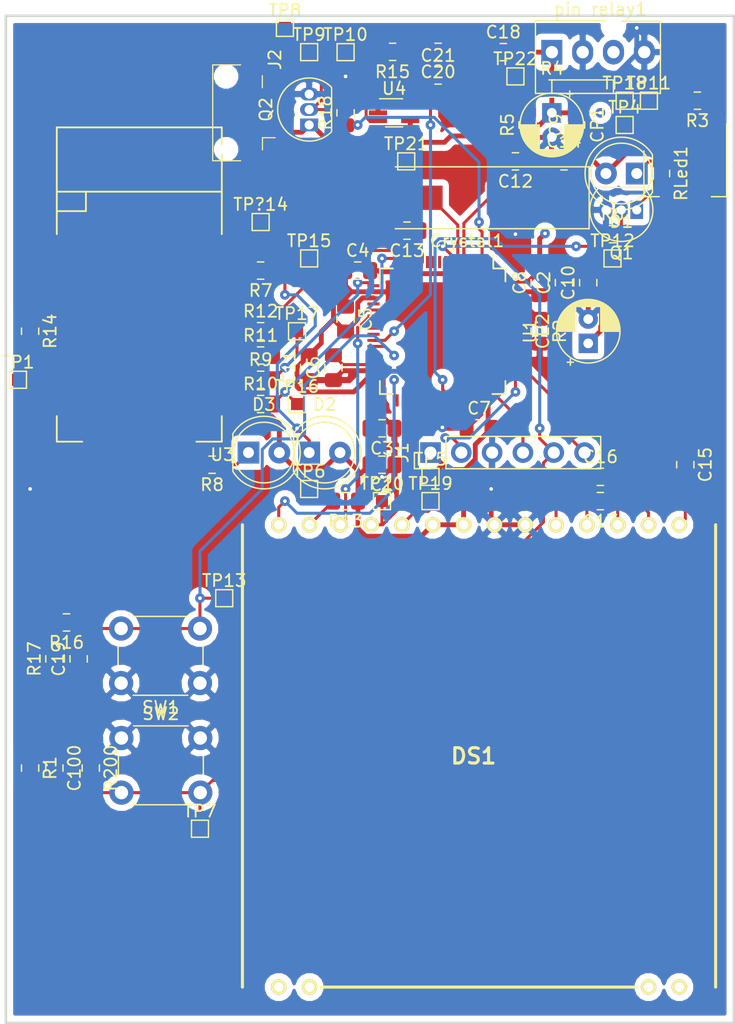
<source format=kicad_pcb>
(kicad_pcb (version 20171130) (host pcbnew "(5.0.2)-1")
  (layers (0 F.Cu signal) (31 B.Cu signal) (34 B.Paste user hide) (35 F.Paste user hide) (36 B.SilkS user hide) (37 F.SilkS user hide) (38 B.Mask user hide) (39 F.Mask user hide) (44 Edge.Cuts user))
  (net 0 "")
  (net 1 GND)
  (net 2 +3V3)
  (net 3 "Net-(C6-Pad2)")
  (net 4 +5V)
  (net 5 "Net-(C12-Pad1)")
  (net 6 "Net-(C13-Pad1)")
  (net 7 /SWCLK)
  (net 8 /SWDIO)
  (net 9 /NRST)
  (net 10 /SWO)
  (net 11 "Net-(J2-Pad4)")
  (net 12 "Net-(J2-Pad3)")
  (net 13 "Net-(J2-Pad2)")
  (net 14 "Net-(R2-Pad1)")
  (net 15 "Net-(R3-Pad1)")
  (net 16 "Net-(R4-Pad1)")
  (net 17 "Net-(U1-Pad3)")
  (net 18 "Net-(U1-Pad4)")
  (net 19 "Net-(U1-Pad8)")
  (net 20 "Net-(U1-Pad9)")
  (net 21 "Net-(U1-Pad10)")
  (net 22 "Net-(U1-Pad11)")
  (net 23 "Net-(U1-Pad20)")
  (net 24 "Net-(U1-Pad21)")
  (net 25 "Net-(U1-Pad23)")
  (net 26 "Net-(U1-Pad24)")
  (net 27 "Net-(U1-Pad25)")
  (net 28 "Net-(U1-Pad28)")
  (net 29 "Net-(U1-Pad29)")
  (net 30 "Net-(U1-Pad35)")
  (net 31 "Net-(U1-Pad37)")
  (net 32 "Net-(U1-Pad38)")
  (net 33 "Net-(U1-Pad39)")
  (net 34 "Net-(U1-Pad40)")
  (net 35 "Net-(U1-Pad42)")
  (net 36 "Net-(U1-Pad43)")
  (net 37 "Net-(U1-Pad44)")
  (net 38 "Net-(U1-Pad45)")
  (net 39 "Net-(U1-Pad50)")
  (net 40 "Net-(U1-Pad51)")
  (net 41 "Net-(U1-Pad52)")
  (net 42 "Net-(U1-Pad53)")
  (net 43 "Net-(U1-Pad54)")
  (net 44 "Net-(U1-Pad56)")
  (net 45 "Net-(U1-Pad57)")
  (net 46 "Net-(U1-Pad58)")
  (net 47 "Net-(U1-Pad59)")
  (net 48 "Net-(U1-Pad61)")
  (net 49 "Net-(U1-Pad62)")
  (net 50 "Net-(R14-Pad1)")
  (net 51 "Net-(Q1-Pad2)")
  (net 52 "Net-(R6-Pad1)")
  (net 53 "Net-(DS1-Pad27)")
  (net 54 "Net-(R12-Pad1)")
  (net 55 "Net-(R11-Pad1)")
  (net 56 "Net-(R10-Pad2)")
  (net 57 "Net-(R10-Pad1)")
  (net 58 "Net-(R9-Pad1)")
  (net 59 "Net-(R9-Pad2)")
  (net 60 "Net-(R8-Pad2)")
  (net 61 "Net-(D3-Pad1)")
  (net 62 "Net-(D2-Pad1)")
  (net 63 "Net-(R7-Pad2)")
  (net 64 "Net-(U3-Pad2)")
  (net 65 "Net-(U3-Pad3)")
  (net 66 "Net-(U3-Pad4)")
  (net 67 "Net-(U3-Pad6)")
  (net 68 "Net-(U3-Pad7)")
  (net 69 "Net-(U3-Pad8)")
  (net 70 "Net-(U3-Pad9)")
  (net 71 "Net-(U3-Pad10)")
  (net 72 "Net-(U3-Pad35)")
  (net 73 "Net-(U3-Pad34)")
  (net 74 "Net-(U3-Pad33)")
  (net 75 "Net-(U3-Pad32)")
  (net 76 "Net-(U3-Pad30)")
  (net 77 "Net-(U3-Pad17)")
  (net 78 "Net-(U3-Pad18)")
  (net 79 "Net-(U3-Pad19)")
  (net 80 "Net-(U3-Pad20)")
  (net 81 "Net-(U3-Pad22)")
  (net 82 "Net-(U3-Pad23)")
  (net 83 "Net-(U3-Pad24)")
  (net 84 /A0)
  (net 85 /SS)
  (net 86 /CLK)
  (net 87 /MOSI)
  (net 88 "Net-(DS1-Pad1)")
  (net 89 "Net-(DS1-Pad2)")
  (net 90 "Net-(DS1-Pad14)")
  (net 91 "Net-(DS1-Pad13)")
  (net 92 "Net-(C16-Pad1)")
  (net 93 "Net-(C17-Pad2)")
  (net 94 "Net-(C17-Pad1)")
  (net 95 "Net-(C16-Pad2)")
  (net 96 "Net-(C15-Pad2)")
  (net 97 "Net-(pin_relay1-Pad3)")
  (net 98 "Net-(D1-Pad1)")
  (net 99 "Net-(R12-Pad2)")
  (net 100 "Net-(R11-Pad2)")
  (net 101 "Net-(C21-Pad1)")
  (net 102 "Net-(R15-Pad2)")
  (net 103 "Net-(R18-Pad1)")
  (net 104 "Net-(Q2-Pad2)")
  (net 105 "Net-(C100-Pad1)")
  (net 106 "Net-(C19-Pad1)")
  (net 107 "Net-(C19-Pad2)")
  (net 108 "Net-(Q1-Pad1)")
  (module TestPoint:TestPoint_Pad_1.0x1.0mm (layer F.Cu) (at 128 98)
    (fp_text reference TP13 (at 0 -1.448) (layer F.SilkS))
    (fp_text value TestPoint)
    (pad 1 smd rect (at 0 0) (size 1 1) (layers F.Cu F.Mask) (net 107 "Net-(C19-Pad2)"))
  )
  (module TestPoint:TestPoint_Pad_1.0x1.0mm (layer F.Cu) (at 131 67)
    (fp_text reference TP?14 (at 0 -1.448) (layer F.SilkS))
    (fp_text value TestPoint)
    (pad 1 smd rect (at 0 0) (size 1 1) (layers F.Cu F.Mask) (net 100 "Net-(R11-Pad2)"))
  )
  (module TestPoint:TestPoint_Pad_1.0x1.0mm (layer F.Cu) (at 152 55)
    (fp_text reference TP22 (at 0 -1.448) (layer F.SilkS))
    (fp_text value TestPoint)
    (pad 1 smd rect (at 0 0) (size 1 1) (layers F.Cu F.Mask) (net 4 +5V))
  )
  (module TestPoint:TestPoint_Pad_1.0x1.0mm (layer F.Cu) (at 143 62)
    (fp_text reference TP21 (at 0 -1.448) (layer F.SilkS))
    (fp_text value TestPoint)
    (pad 1 smd rect (at 0 0) (size 1 1) (layers F.Cu F.Mask) (net 4 +5V))
  )
  (module TestPoint:TestPoint_Pad_1.0x1.0mm (layer F.Cu) (at 141 90)
    (fp_text reference TP20 (at 0 -1.448) (layer F.SilkS))
    (fp_text value TestPoint)
    (pad 1 smd rect (at 0 0) (size 1 1) (layers F.Cu F.Mask) (net 86 /CLK))
  )
  (module TestPoint:TestPoint_Pad_1.0x1.0mm (layer F.Cu) (at 145 90)
    (fp_text reference TP19 (at 0 -1.448) (layer F.SilkS))
    (fp_text value TestPoint)
    (pad 1 smd rect (at 0 0) (size 1 1) (layers F.Cu F.Mask) (net 87 /MOSI))
  )
  (module TestPoint:TestPoint_Pad_1.0x1.0mm (layer F.Cu) (at 161 57)
    (fp_text reference TP18 (at 0 -1.448) (layer F.SilkS))
    (fp_text value TestPoint)
    (pad 1 smd rect (at 0 0) (size 1 1) (layers F.Cu F.Mask) (net 2 +3V3))
  )
  (module TestPoint:TestPoint_Pad_1.0x1.0mm (layer F.Cu) (at 134 76)
    (fp_text reference TP17 (at 0 -1.448) (layer F.SilkS))
    (fp_text value TestPoint)
    (pad 1 smd rect (at 0 0) (size 1 1) (layers F.Cu F.Mask) (net 59 "Net-(R9-Pad2)"))
  )
  (module TestPoint:TestPoint_Pad_1.0x1.0mm (layer F.Cu) (at 134 82)
    (fp_text reference TP16 (at 0 -1.448) (layer F.SilkS))
    (fp_text value TestPoint)
    (pad 1 smd rect (at 0 0) (size 1 1) (layers F.Cu F.Mask) (net 56 "Net-(R10-Pad2)"))
  )
  (module TestPoint:TestPoint_Pad_1.0x1.0mm (layer F.Cu) (at 135 70)
    (fp_text reference TP15 (at 0 -1.448) (layer F.SilkS))
    (fp_text value TestPoint)
    (pad 1 smd rect (at 0 0) (size 1 1) (layers F.Cu F.Mask) (net 99 "Net-(R12-Pad2)"))
  )
  (module TestPoint:TestPoint_Pad_1.0x1.0mm (layer F.Cu) (at 138 53)
    (fp_text reference TP10 (at 0 -1.448) (layer F.SilkS))
    (fp_text value TestPoint)
    (pad 1 smd rect (at 0 0) (size 1 1) (layers F.Cu F.Mask) (net 102 "Net-(R15-Pad2)"))
  )
  (module TestPoint:TestPoint_Pad_1.0x1.0mm (layer F.Cu) (at 135 53)
    (fp_text reference TP9 (at 0 -1.448) (layer F.SilkS))
    (fp_text value TestPoint)
    (pad 1 smd rect (at 0 0) (size 1 1) (layers F.Cu F.Mask) (net 104 "Net-(Q2-Pad2)"))
  )
  (module TestPoint:TestPoint_Pad_1.0x1.0mm (layer F.Cu) (at 133 51)
    (fp_text reference TP8 (at 0 -1.448) (layer F.SilkS))
    (fp_text value TestPoint)
    (pad 1 smd rect (at 0 0) (size 1 1) (layers F.Cu F.Mask) (net 1 GND))
  )
  (module TestPoint:TestPoint_Pad_1.0x1.0mm (layer F.Cu) (at 126 117)
    (fp_text reference TP7 (at 0 -1.448) (layer F.SilkS))
    (fp_text value TestPoint)
    (pad 1 smd rect (at 0 0) (size 1 1) (layers F.Cu F.Mask) (net 9 /NRST))
  )
  (module TestPoint:TestPoint_Pad_1.0x1.0mm (layer F.Cu) (at 135 89)
    (fp_text reference TP6 (at 0 -1.448) (layer F.SilkS))
    (fp_text value TestPoint)
    (pad 1 smd rect (at 0 0) (size 1 1) (layers F.Cu F.Mask) (net 2 +3V3))
  )
  (module TestPoint:TestPoint_Pad_1.0x1.0mm (layer F.Cu) (at 145 88)
    (fp_text reference TP5 (at 0 -1.448) (layer F.SilkS))
    (fp_text value TestPoint)
    (pad 1 smd rect (at 0 0) (size 1 1) (layers F.Cu F.Mask) (net 2 +3V3))
  )
  (module TestPoint:TestPoint_Pad_1.0x1.0mm (layer F.Cu) (at 161 59)
    (fp_text reference TP4 (at 0 -1.448) (layer F.SilkS))
    (fp_text value TestPoint)
    (pad 1 smd rect (at 0 0) (size 1 1) (layers F.Cu F.Mask) (net 4 +5V))
  )
  (module TestPoint:TestPoint_Pad_1.0x1.0mm (layer F.Cu) (at 163 57)
    (fp_text reference TP11 (at 0 -1.448) (layer F.SilkS))
    (fp_text value TestPoint)
    (pad 1 smd rect (at 0 0) (size 1 1) (layers F.Cu F.Mask) (net 98 "Net-(D1-Pad1)"))
  )
  (module TestPoint:TestPoint_Pad_1.0x1.0mm (layer F.Cu) (at 111 80)
    (fp_text reference TP1 (at 0 -1.448) (layer F.SilkS))
    (fp_text value TestPoint)
    (pad 1 smd rect (at 0 0) (size 1 1) (layers F.Cu F.Mask) (net 2 +3V3))
  )
  (module TestPoint:TestPoint_Pad_1.0x1.0mm (layer F.Cu) (at 160 70)
    (fp_text reference TP12 (at 0 -1.448) (layer F.SilkS))
    (fp_text value TestPoint)
    (pad 1 smd rect (at 0 0) (size 1 1) (layers F.Cu F.Mask) (net 52 "Net-(R6-Pad1)"))
  )
  (module Package_TO_SOT_SMD:SOT-223 (layer F.Cu) (at 166 63 270)
    (fp_text reference U2 (at 0 -4.5 270) (layer F.SilkS))
    (fp_text value LM1117ADJ)
    (pad 4 smd rect (at 3.15 0 270) (size 2 3.8) (layers F.Cu F.Paste F.Mask) (net 2 +3V3))
    (pad 2 smd rect (at -3.15 0 270) (size 2 1.5) (layers F.Cu F.Paste F.Mask) (net 2 +3V3))
    (pad 3 smd rect (at -3.15 2.3 270) (size 2 1.5) (layers F.Cu F.Paste F.Mask) (net 4 +5V))
    (pad 1 smd rect (at -3.15 -2.3 270) (size 2 1.5) (layers F.Cu F.Paste F.Mask) (net 15 "Net-(R3-Pad1)"))
  )
  (module Resistor_SMD:R_0805_2012Metric_Pad1.15x1.40mm_HandSolder (layer F.Cu) (at 164 63 270)
    (fp_text reference RLed1 (at 0 -1.65 270) (layer F.SilkS))
    (fp_text value 160)
    (pad 1 smd roundrect (at -1.025 0 270) (size 1.15 1.4) (layers F.Cu F.Paste F.Mask) (roundrect_rratio 0.217391) (net 98 "Net-(D1-Pad1)"))
    (pad 2 smd roundrect (at 1.025 0 270) (size 1.15 1.4) (layers F.Cu F.Paste F.Mask) (roundrect_rratio 0.217391) (net 108 "Net-(Q1-Pad1)"))
  )
  (module Resistor_SMD:R_0805_2012Metric_Pad1.15x1.40mm_HandSolder (layer F.Cu) (at 112 112 270)
    (fp_text reference R1 (at 0 -1.65 270) (layer F.SilkS))
    (fp_text value 4700)
    (pad 1 smd roundrect (at -1.025 0 270) (size 1.15 1.4) (layers F.Cu F.Paste F.Mask) (roundrect_rratio 0.217391) (net 2 +3V3))
    (pad 2 smd roundrect (at 1.025 0 270) (size 1.15 1.4) (layers F.Cu F.Paste F.Mask) (roundrect_rratio 0.217391) (net 9 /NRST))
  )
  (module EA_DOGS102W-6:EA-DOGS102W-6 (layer F.Cu) (at 149 111)
    (fp_text reference DS1 (at -0.45365 0.01496) (layer F.SilkS) (effects (font (size 1.27 1.27) (thickness 0.254))))
    (fp_text value EA_DOGS102W-6 hide)
    (pad 1 thru_hole circle (at -16.51 19.05 90) (size 1.28 1.28) (drill 0.78) (layers *.Cu *.Mask F.SilkS) (net 88 "Net-(DS1-Pad1)"))
    (pad 2 thru_hole circle (at -13.97 19.05 90) (size 1.28 1.28) (drill 0.78) (layers *.Cu *.Mask F.SilkS) (net 89 "Net-(DS1-Pad2)"))
    (pad 14 thru_hole circle (at 16.51 19.05 90) (size 1.28 1.28) (drill 0.78) (layers *.Cu *.Mask F.SilkS) (net 90 "Net-(DS1-Pad14)"))
    (pad 13 thru_hole circle (at 13.97 19.05 90) (size 1.28 1.28) (drill 0.78) (layers *.Cu *.Mask F.SilkS) (net 91 "Net-(DS1-Pad13)"))
    (pad 28 thru_hole circle (at -16.51 -19.05 90) (size 1.28 1.28) (drill 0.78) (layers *.Cu *.Mask F.SilkS) (net 85 /SS))
    (pad 27 thru_hole circle (at -13.97 -19.05 90) (size 1.28 1.28) (drill 0.78) (layers *.Cu *.Mask F.SilkS) (net 53 "Net-(DS1-Pad27)"))
    (pad 26 thru_hole circle (at -11.43 -19.05 90) (size 1.28 1.28) (drill 0.78) (layers *.Cu *.Mask F.SilkS) (net 84 /A0))
    (pad 25 thru_hole circle (at -8.89 -19.05 90) (size 1.28 1.28) (drill 0.78) (layers *.Cu *.Mask F.SilkS) (net 86 /CLK))
    (pad 24 thru_hole circle (at -6.35 -19.05 90) (size 1.28 1.28) (drill 0.78) (layers *.Cu *.Mask F.SilkS) (net 87 /MOSI))
    (pad 23 thru_hole circle (at -3.81 -19.05 90) (size 1.28 1.28) (drill 0.78) (layers *.Cu *.Mask F.SilkS) (net 2 +3V3))
    (pad 22 thru_hole circle (at -1.27 -19.05 90) (size 1.28 1.28) (drill 0.78) (layers *.Cu *.Mask F.SilkS) (net 2 +3V3))
    (pad 21 thru_hole circle (at 1.27 -19.05 90) (size 1.28 1.28) (drill 0.78) (layers *.Cu *.Mask F.SilkS) (net 1 GND))
    (pad 20 thru_hole circle (at 3.81 -19.05 90) (size 1.28 1.28) (drill 0.78) (layers *.Cu *.Mask F.SilkS) (net 1 GND))
    (pad 19 thru_hole circle (at 6.35 -19.05 90) (size 1.28 1.28) (drill 0.78) (layers *.Cu *.Mask F.SilkS) (net 92 "Net-(C16-Pad1)"))
    (pad 18 thru_hole circle (at 8.89 -19.05 90) (size 1.28 1.28) (drill 0.78) (layers *.Cu *.Mask F.SilkS) (net 93 "Net-(C17-Pad2)"))
    (pad 17 thru_hole circle (at 11.43 -19.05 90) (size 1.28 1.28) (drill 0.78) (layers *.Cu *.Mask F.SilkS) (net 94 "Net-(C17-Pad1)"))
    (pad 16 thru_hole circle (at 13.97 -19.05 90) (size 1.28 1.28) (drill 0.78) (layers *.Cu *.Mask F.SilkS) (net 95 "Net-(C16-Pad2)"))
    (pad 15 thru_hole circle (at 16.51 -19.05 90) (size 1.28 1.28) (drill 0.78) (layers *.Cu *.Mask F.SilkS) (net 96 "Net-(C15-Pad2)"))
  )
  (module Button_Switch_THT:SW_PUSH_6mm_H4.3mm (layer F.Cu) (at 119.525001 109.525001)
    (fp_text reference SW2 (at 3.25 -2) (layer F.SilkS))
    (fp_text value SW_Push)
    (pad 2 thru_hole circle (at 0 4.5 90) (size 2 2) (drill 1.1) (layers *.Cu *.Mask) (net 9 /NRST))
    (pad 1 thru_hole circle (at 0 0 90) (size 2 2) (drill 1.1) (layers *.Cu *.Mask) (net 1 GND))
    (pad 2 thru_hole circle (at 6.5 4.5 90) (size 2 2) (drill 1.1) (layers *.Cu *.Mask) (net 9 /NRST))
    (pad 1 thru_hole circle (at 6.5 0 90) (size 2 2) (drill 1.1) (layers *.Cu *.Mask) (net 1 GND))
  )
  (module Capacitor_SMD:C_0805_2012Metric_Pad1.15x1.40mm_HandSolder (layer F.Cu) (at 114 112 270)
    (fp_text reference C100 (at 0 -1.65 270) (layer F.SilkS))
    (fp_text value 100n)
    (pad 1 smd roundrect (at -1.025 0 270) (size 1.15 1.4) (layers F.Cu F.Paste F.Mask) (roundrect_rratio 0.217391) (net 105 "Net-(C100-Pad1)"))
    (pad 2 smd roundrect (at 1.025 0 270) (size 1.15 1.4) (layers F.Cu F.Paste F.Mask) (roundrect_rratio 0.217391) (net 9 /NRST))
  )
  (module Package_TO_SOT_THT:TO-92_Inline (layer F.Cu) (at 135 59 90)
    (fp_text reference Q2 (at 1.27 -3.56 90) (layer F.SilkS))
    (fp_text value BC547)
    (pad 2 thru_hole oval (at 1.27 0 90) (size 1.05 1.5) (drill 0.75) (layers *.Cu *.Mask) (net 104 "Net-(Q2-Pad2)"))
    (pad 3 thru_hole oval (at 2.54 0 90) (size 1.05 1.5) (drill 0.75) (layers *.Cu *.Mask) (net 1 GND))
    (pad 1 thru_hole rect (at 0 0 90) (size 1.05 1.5) (drill 0.75) (layers *.Cu *.Mask) (net 4 +5V))
  )
  (module Resistor_SMD:R_0805_2012Metric_Pad1.15x1.40mm_HandSolder (layer F.Cu) (at 115 100 180)
    (fp_text reference R16 (at 0 -1.65 180) (layer F.SilkS))
    (fp_text value 4700)
    (pad 2 smd roundrect (at 1.025 0 180) (size 1.15 1.4) (layers F.Cu F.Paste F.Mask) (roundrect_rratio 0.217391) (net 2 +3V3))
    (pad 1 smd roundrect (at -1.025 0 180) (size 1.15 1.4) (layers F.Cu F.Paste F.Mask) (roundrect_rratio 0.217391) (net 107 "Net-(C19-Pad2)"))
  )
  (module Resistor_SMD:R_0805_2012Metric_Pad1.15x1.40mm_HandSolder (layer F.Cu) (at 114 103 90)
    (fp_text reference R17 (at 0 -1.65 90) (layer F.SilkS))
    (fp_text value 100)
    (pad 1 smd roundrect (at -1.025 0 90) (size 1.15 1.4) (layers F.Cu F.Paste F.Mask) (roundrect_rratio 0.217391) (net 1 GND))
    (pad 2 smd roundrect (at 1.025 0 90) (size 1.15 1.4) (layers F.Cu F.Paste F.Mask) (roundrect_rratio 0.217391) (net 106 "Net-(C19-Pad1)"))
  )
  (module Resistor_SMD:R_0805_2012Metric_Pad1.15x1.40mm_HandSolder (layer F.Cu) (at 117 112 270)
    (fp_text reference R200 (at 0 -1.65 270) (layer F.SilkS))
    (fp_text value 100)
    (pad 2 smd roundrect (at 1.025 0 270) (size 1.15 1.4) (layers F.Cu F.Paste F.Mask) (roundrect_rratio 0.217391) (net 105 "Net-(C100-Pad1)"))
    (pad 1 smd roundrect (at -1.025 0 270) (size 1.15 1.4) (layers F.Cu F.Paste F.Mask) (roundrect_rratio 0.217391) (net 1 GND))
  )
  (module Resistor_SMD:R_0805_2012Metric_Pad1.15x1.40mm_HandSolder (layer F.Cu) (at 138 58 90)
    (fp_text reference R18 (at 0 -1.65 90) (layer F.SilkS))
    (fp_text value 10k)
    (pad 1 smd roundrect (at -1.025 0 90) (size 1.15 1.4) (layers F.Cu F.Paste F.Mask) (roundrect_rratio 0.217391) (net 103 "Net-(R18-Pad1)"))
    (pad 2 smd roundrect (at 1.025 0 90) (size 1.15 1.4) (layers F.Cu F.Paste F.Mask) (roundrect_rratio 0.217391) (net 104 "Net-(Q2-Pad2)"))
  )
  (module Capacitor_SMD:C_0805_2012Metric_Pad1.15x1.40mm_HandSolder (layer F.Cu) (at 145.625001 54.925001)
    (fp_text reference C21 (at 0 -1.65) (layer F.SilkS))
    (fp_text value 1u)
    (pad 1 smd roundrect (at -1.025 0) (size 1.15 1.4) (layers F.Cu F.Paste F.Mask) (roundrect_rratio 0.217391) (net 101 "Net-(C21-Pad1)"))
    (pad 2 smd roundrect (at 1.025 0) (size 1.15 1.4) (layers F.Cu F.Paste F.Mask) (roundrect_rratio 0.217391) (net 1 GND))
  )
  (module Capacitor_SMD:C_0805_2012Metric_Pad1.15x1.40mm_HandSolder (layer F.Cu) (at 145.625001 52.975001 180)
    (fp_text reference C20 (at 0 -1.65 180) (layer F.SilkS))
    (fp_text value 0.01u)
    (pad 2 smd roundrect (at 1.025 0 180) (size 1.15 1.4) (layers F.Cu F.Paste F.Mask) (roundrect_rratio 0.217391) (net 1 GND))
    (pad 1 smd roundrect (at -1.025 0 180) (size 1.15 1.4) (layers F.Cu F.Paste F.Mask) (roundrect_rratio 0.217391) (net 4 +5V))
  )
  (module Capacitor_SMD:C_0805_2012Metric_Pad1.15x1.40mm_HandSolder (layer F.Cu) (at 116 103 90)
    (fp_text reference C19 (at 0 -1.65 90) (layer F.SilkS))
    (fp_text value 100n)
    (pad 1 smd roundrect (at -1.025 0 90) (size 1.15 1.4) (layers F.Cu F.Paste F.Mask) (roundrect_rratio 0.217391) (net 106 "Net-(C19-Pad1)"))
    (pad 2 smd roundrect (at 1.025 0 90) (size 1.15 1.4) (layers F.Cu F.Paste F.Mask) (roundrect_rratio 0.217391) (net 107 "Net-(C19-Pad2)"))
  )
  (module Package_TO_SOT_SMD:SOT-353_SC-70-5_Handsoldering (layer F.Cu) (at 142 58)
    (fp_text reference U4 (at 0 -2) (layer F.SilkS))
    (fp_text value LMT84DCK)
    (pad 1 smd rect (at -1.33 -0.65) (size 1.5 0.4) (layers F.Cu F.Paste F.Mask) (net 1 GND))
    (pad 2 smd rect (at -1.33 0) (size 1.5 0.4) (layers F.Cu F.Paste F.Mask) (net 1 GND))
    (pad 3 smd rect (at -1.33 0.65) (size 1.5 0.4) (layers F.Cu F.Paste F.Mask) (net 102 "Net-(R15-Pad2)"))
    (pad 4 smd rect (at 1.33 0.65) (size 1.5 0.4) (layers F.Cu F.Paste F.Mask) (net 4 +5V))
    (pad 5 smd rect (at 1.33 -0.65) (size 1.5 0.4) (layers F.Cu F.Paste F.Mask) (net 1 GND))
  )
  (module Resistor_SMD:R_0805_2012Metric_Pad1.15x1.40mm_HandSolder (layer F.Cu) (at 141.875001 52.975001 180)
    (fp_text reference R15 (at 0 -1.65 180) (layer F.SilkS))
    (fp_text value 820)
    (pad 1 smd roundrect (at -1.025 0 180) (size 1.15 1.4) (layers F.Cu F.Paste F.Mask) (roundrect_rratio 0.217391) (net 101 "Net-(C21-Pad1)"))
    (pad 2 smd roundrect (at 1.025 0 180) (size 1.15 1.4) (layers F.Cu F.Paste F.Mask) (roundrect_rratio 0.217391) (net 102 "Net-(R15-Pad2)"))
  )
  (module Connector_USB:USB_Mini-B_AdamTech_MUSB-B5-S-VT-TSMT-1_SMD_Vertical (layer F.Cu) (at 130 58 180)
    (fp_text reference J2 (at -2.18 4.39 -90) (layer F.SilkS))
    (fp_text value USB_OTG)
    (pad "" np_thru_hole circle (at 1.85 3 270) (size 1 1) (drill 1) (layers *.Cu *.Mask))
    (pad "" np_thru_hole circle (at 1.85 -3 270) (size 1 1) (drill 1) (layers *.Cu *.Mask))
    (pad 5 smd rect (at -1.6 1.6 270) (size 0.5 1.5) (layers F.Cu F.Paste F.Mask) (net 1 GND))
    (pad 4 smd rect (at -1.6 0.8 270) (size 0.5 1.5) (layers F.Cu F.Paste F.Mask) (net 11 "Net-(J2-Pad4)"))
    (pad 3 smd rect (at -1.6 0 270) (size 0.5 1.5) (layers F.Cu F.Paste F.Mask) (net 12 "Net-(J2-Pad3)"))
    (pad 2 smd rect (at -1.6 -0.8 270) (size 0.5 1.5) (layers F.Cu F.Paste F.Mask) (net 13 "Net-(J2-Pad2)"))
    (pad 1 smd rect (at -1.6 -1.6 270) (size 0.5 1.5) (layers F.Cu F.Paste F.Mask) (net 4 +5V))
    (pad 6 smd rect (at -0.45 4.75 270) (size 3 1.8) (layers F.Cu F.Paste F.Mask) (net 1 GND))
    (pad 6 smd rect (at -0.45 -4.75 270) (size 3 1.8) (layers F.Cu F.Paste F.Mask) (net 1 GND))
  )
  (module RF_Module:RN42 (layer F.Cu) (at 121 75)
    (fp_text reference U3 (at 6.858 11.176) (layer F.SilkS))
    (fp_text value RN42)
    (pad 1 smd oval (at -6.4 -6) (size 2 0.8) (layers F.Cu F.Paste F.Mask) (net 1 GND))
    (pad 2 smd oval (at -6.4 -4.8) (size 2 0.8) (layers F.Cu F.Paste F.Mask) (net 64 "Net-(U3-Pad2)"))
    (pad 3 smd oval (at -6.4 -3.6) (size 2 0.8) (layers F.Cu F.Paste F.Mask) (net 65 "Net-(U3-Pad3)"))
    (pad 4 smd oval (at -6.4 -2.4) (size 2 0.8) (layers F.Cu F.Paste F.Mask) (net 66 "Net-(U3-Pad4)"))
    (pad 5 smd oval (at -6.4 -1.2) (size 2 0.8) (layers F.Cu F.Paste F.Mask) (net 50 "Net-(R14-Pad1)"))
    (pad 6 smd oval (at -6.4 0) (size 2 0.8) (layers F.Cu F.Paste F.Mask) (net 67 "Net-(U3-Pad6)"))
    (pad 7 smd oval (at -6.4 1.2) (size 2 0.8) (layers F.Cu F.Paste F.Mask) (net 68 "Net-(U3-Pad7)"))
    (pad 8 smd oval (at -6.4 2.4) (size 2 0.8) (layers F.Cu F.Paste F.Mask) (net 69 "Net-(U3-Pad8)"))
    (pad 9 smd oval (at -6.4 3.6) (size 2 0.8) (layers F.Cu F.Paste F.Mask) (net 70 "Net-(U3-Pad9)"))
    (pad 10 smd oval (at -6.4 4.8) (size 2 0.8) (layers F.Cu F.Paste F.Mask) (net 71 "Net-(U3-Pad10)"))
    (pad 11 smd oval (at -6.4 6) (size 2 0.8) (layers F.Cu F.Paste F.Mask) (net 2 +3V3))
    (pad 12 smd oval (at -6.4 7.2) (size 2 0.8) (layers F.Cu F.Paste F.Mask) (net 1 GND))
    (pad 35 smd oval (at -4.1 9.7 90) (size 2 0.8) (layers F.Cu F.Paste F.Mask) (net 72 "Net-(U3-Pad35)"))
    (pad 29 smd oval (at -3.1 9.7 90) (size 2 0.8) (layers F.Cu F.Paste F.Mask) (net 1 GND))
    (pad 34 smd oval (at -1.8 9.7 90) (size 2 0.8) (layers F.Cu F.Paste F.Mask) (net 73 "Net-(U3-Pad34)"))
    (pad 33 smd oval (at -0.6 9.7 90) (size 2 0.8) (layers F.Cu F.Paste F.Mask) (net 74 "Net-(U3-Pad33)"))
    (pad 32 smd oval (at 0.6 9.7 90) (size 2 0.8) (layers F.Cu F.Paste F.Mask) (net 75 "Net-(U3-Pad32)"))
    (pad 31 smd oval (at 1.8 9.7 90) (size 2 0.8) (layers F.Cu F.Paste F.Mask) (net 60 "Net-(R8-Pad2)"))
    (pad 28 smd oval (at 3.1 9.7 90) (size 2 0.8) (layers F.Cu F.Paste F.Mask) (net 1 GND))
    (pad 30 smd oval (at 4.1 9.7 90) (size 2 0.8) (layers F.Cu F.Paste F.Mask) (net 76 "Net-(U3-Pad30)"))
    (pad 13 smd oval (at 6.4 7.2) (size 2 0.8) (layers F.Cu F.Paste F.Mask) (net 57 "Net-(R10-Pad1)"))
    (pad 14 smd oval (at 6.4 6) (size 2 0.8) (layers F.Cu F.Paste F.Mask) (net 58 "Net-(R9-Pad1)"))
    (pad 15 smd oval (at 6.4 4.8) (size 2 0.8) (layers F.Cu F.Paste F.Mask) (net 55 "Net-(R11-Pad1)"))
    (pad 16 smd oval (at 6.4 3.6) (size 2 0.8) (layers F.Cu F.Paste F.Mask) (net 54 "Net-(R12-Pad1)"))
    (pad 17 smd oval (at 6.4 2.4) (size 2 0.8) (layers F.Cu F.Paste F.Mask) (net 77 "Net-(U3-Pad17)"))
    (pad 18 smd oval (at 6.4 1.2) (size 2 0.8) (layers F.Cu F.Paste F.Mask) (net 78 "Net-(U3-Pad18)"))
    (pad 19 smd oval (at 6.4 0) (size 2 0.8) (layers F.Cu F.Paste F.Mask) (net 79 "Net-(U3-Pad19)"))
    (pad 20 smd oval (at 6.4 -1.2) (size 2 0.8) (layers F.Cu F.Paste F.Mask) (net 80 "Net-(U3-Pad20)"))
    (pad 21 smd oval (at 6.4 -2.4) (size 2 0.8) (layers F.Cu F.Paste F.Mask) (net 63 "Net-(R7-Pad2)"))
    (pad 22 smd oval (at 6.4 -3.6) (size 2 0.8) (layers F.Cu F.Paste F.Mask) (net 81 "Net-(U3-Pad22)"))
    (pad 23 smd oval (at 6.4 -4.8) (size 2 0.8) (layers F.Cu F.Paste F.Mask) (net 82 "Net-(U3-Pad23)"))
    (pad 24 smd oval (at 6.4 -6) (size 2 0.8) (layers F.Cu F.Paste F.Mask) (net 83 "Net-(U3-Pad24)"))
    (pad 36 smd rect (at -5.6 9.3) (size 1.8 1) (layers F.Cu F.Paste F.Mask) (net 1 GND))
    (pad 36 smd rect (at 5.6 9.3) (size 1.8 1) (layers F.Cu F.Paste F.Mask) (net 1 GND))
    (pad 36 smd rect (at 5.6 -9.7) (size 1.8 1) (layers F.Cu F.Paste F.Mask) (net 1 GND))
    (pad 36 smd rect (at -5.6 -9.7) (size 1.8 1) (layers F.Cu F.Paste F.Mask) (net 1 GND))
  )
  (module Button_Switch_THT:SW_PUSH_6mm_H4.3mm (layer F.Cu) (at 126 105 180)
    (fp_text reference SW1 (at 3.25 -2 180) (layer F.SilkS))
    (fp_text value SW_Push)
    (pad 2 thru_hole circle (at 0 4.5 270) (size 2 2) (drill 1.1) (layers *.Cu *.Mask) (net 107 "Net-(C19-Pad2)"))
    (pad 1 thru_hole circle (at 0 0 270) (size 2 2) (drill 1.1) (layers *.Cu *.Mask) (net 1 GND))
    (pad 2 thru_hole circle (at 6.5 4.5 270) (size 2 2) (drill 1.1) (layers *.Cu *.Mask) (net 107 "Net-(C19-Pad2)"))
    (pad 1 thru_hole circle (at 6.5 0 270) (size 2 2) (drill 1.1) (layers *.Cu *.Mask) (net 1 GND))
  )
  (module Capacitor_SMD:C_0805_2012Metric_Pad1.15x1.40mm_HandSolder (layer F.Cu) (at 151 53)
    (fp_text reference C18 (at 0 -1.65) (layer F.SilkS))
    (fp_text value 100n)
    (pad 1 smd roundrect (at -1.025 0) (size 1.15 1.4) (layers F.Cu F.Paste F.Mask) (roundrect_rratio 0.217391) (net 1 GND))
    (pad 2 smd roundrect (at 1.025 0) (size 1.15 1.4) (layers F.Cu F.Paste F.Mask) (roundrect_rratio 0.217391) (net 4 +5V))
  )
  (module Connector:FanPinHeader_1x04_P2.54mm_Vertical (layer F.Cu) (at 155 53)
    (fp_text reference pin_relay1 (at 4 -3.55) (layer F.SilkS))
    (fp_text value Conn_01x04_Male)
    (pad 1 thru_hole rect (at 0 0 90) (size 2.03 1.73) (drill 1.02) (layers *.Cu *.Mask) (net 4 +5V))
    (pad 2 thru_hole oval (at 2.54 0 90) (size 2.03 1.73) (drill 1.02) (layers *.Cu *.Mask) (net 1 GND))
    (pad 3 thru_hole oval (at 5.08 0 90) (size 2.03 1.73) (drill 1.02) (layers *.Cu *.Mask) (net 97 "Net-(pin_relay1-Pad3)"))
    (pad 4 thru_hole oval (at 7.62 0 90) (size 2.03 1.73) (drill 1.02) (layers *.Cu *.Mask) (net 1 GND))
    (pad "" np_thru_hole circle (at 5.08 -2.16 90) (size 1.1 1.1) (drill 1.1) (layers *.Cu *.Mask))
  )
  (module Capacitor_SMD:C_0805_2012Metric_Pad1.15x1.40mm_HandSolder (layer F.Cu) (at 159 90 180)
    (fp_text reference C17 (at 0 -1.65 180) (layer F.SilkS))
    (fp_text value 1u)
    (pad 1 smd roundrect (at -1.025 0 180) (size 1.15 1.4) (layers F.Cu F.Paste F.Mask) (roundrect_rratio 0.217391) (net 94 "Net-(C17-Pad1)"))
    (pad 2 smd roundrect (at 1.025 0 180) (size 1.15 1.4) (layers F.Cu F.Paste F.Mask) (roundrect_rratio 0.217391) (net 93 "Net-(C17-Pad2)"))
  )
  (module Capacitor_SMD:C_0805_2012Metric_Pad1.15x1.40mm_HandSolder (layer F.Cu) (at 159 88)
    (fp_text reference C16 (at 0 -1.65) (layer F.SilkS))
    (fp_text value 1u)
    (pad 2 smd roundrect (at 1.025 0) (size 1.15 1.4) (layers F.Cu F.Paste F.Mask) (roundrect_rratio 0.217391) (net 95 "Net-(C16-Pad2)"))
    (pad 1 smd roundrect (at -1.025 0) (size 1.15 1.4) (layers F.Cu F.Paste F.Mask) (roundrect_rratio 0.217391) (net 92 "Net-(C16-Pad1)"))
  )
  (module Capacitor_SMD:C_0805_2012Metric_Pad1.15x1.40mm_HandSolder (layer F.Cu) (at 166 87 270)
    (fp_text reference C15 (at 0 -1.65 270) (layer F.SilkS))
    (fp_text value 1u)
    (pad 1 smd roundrect (at -1.025 0 270) (size 1.15 1.4) (layers F.Cu F.Paste F.Mask) (roundrect_rratio 0.217391) (net 1 GND))
    (pad 2 smd roundrect (at 1.025 0 270) (size 1.15 1.4) (layers F.Cu F.Paste F.Mask) (roundrect_rratio 0.217391) (net 96 "Net-(C15-Pad2)"))
  )
  (module LED_THT:LED_D5.0mm (layer F.Cu) (at 162 63 180)
    (fp_text reference D1 (at 1.27 -3.96 180) (layer F.SilkS))
    (fp_text value LED)
    (pad 1 thru_hole rect (at 0 0 180) (size 1.8 1.8) (drill 0.9) (layers *.Cu *.Mask) (net 98 "Net-(D1-Pad1)"))
    (pad 2 thru_hole circle (at 2.54 0 180) (size 1.8 1.8) (drill 0.9) (layers *.Cu *.Mask) (net 4 +5V))
  )
  (module LED_THT:LED_D5.0mm (layer F.Cu) (at 135 86)
    (fp_text reference D2 (at 1.27 -3.96) (layer F.SilkS))
    (fp_text value LED)
    (pad 2 thru_hole circle (at 2.54 0) (size 1.8 1.8) (drill 0.9) (layers *.Cu *.Mask) (net 2 +3V3))
    (pad 1 thru_hole rect (at 0 0) (size 1.8 1.8) (drill 0.9) (layers *.Cu *.Mask) (net 62 "Net-(D2-Pad1)"))
  )
  (module LED_THT:LED_D5.0mm (layer F.Cu) (at 130 86)
    (fp_text reference D3 (at 1.27 -3.96) (layer F.SilkS))
    (fp_text value LED)
    (pad 1 thru_hole rect (at 0 0) (size 1.8 1.8) (drill 0.9) (layers *.Cu *.Mask) (net 61 "Net-(D3-Pad1)"))
    (pad 2 thru_hole circle (at 2.54 0) (size 1.8 1.8) (drill 0.9) (layers *.Cu *.Mask) (net 2 +3V3))
  )
  (module Package_TO_SOT_THT:TO-92_Inline (layer F.Cu) (at 162 66 180)
    (fp_text reference Q1 (at 1.27 -3.56 180) (layer F.SilkS))
    (fp_text value BC547)
    (pad 2 thru_hole oval (at 1.27 0 180) (size 1.05 1.5) (drill 0.75) (layers *.Cu *.Mask) (net 51 "Net-(Q1-Pad2)"))
    (pad 3 thru_hole oval (at 2.54 0 180) (size 1.05 1.5) (drill 0.75) (layers *.Cu *.Mask) (net 1 GND))
    (pad 1 thru_hole rect (at 0 0 180) (size 1.05 1.5) (drill 0.75) (layers *.Cu *.Mask) (net 108 "Net-(Q1-Pad1)"))
  )
  (module Resistor_SMD:R_0805_2012Metric_Pad1.15x1.40mm_HandSolder (layer F.Cu) (at 131 71 180)
    (fp_text reference R7 (at 0 -1.65 180) (layer F.SilkS))
    (fp_text value 470)
    (pad 1 smd roundrect (at -1.025 0 180) (size 1.15 1.4) (layers F.Cu F.Paste F.Mask) (roundrect_rratio 0.217391) (net 62 "Net-(D2-Pad1)"))
    (pad 2 smd roundrect (at 1.025 0 180) (size 1.15 1.4) (layers F.Cu F.Paste F.Mask) (roundrect_rratio 0.217391) (net 63 "Net-(R7-Pad2)"))
  )
  (module Resistor_SMD:R_0805_2012Metric_Pad1.15x1.40mm_HandSolder (layer F.Cu) (at 127 87 180)
    (fp_text reference R8 (at 0 -1.65 180) (layer F.SilkS))
    (fp_text value 470)
    (pad 2 smd roundrect (at 1.025 0 180) (size 1.15 1.4) (layers F.Cu F.Paste F.Mask) (roundrect_rratio 0.217391) (net 60 "Net-(R8-Pad2)"))
    (pad 1 smd roundrect (at -1.025 0 180) (size 1.15 1.4) (layers F.Cu F.Paste F.Mask) (roundrect_rratio 0.217391) (net 61 "Net-(D3-Pad1)"))
  )
  (module Resistor_SMD:R_0805_2012Metric_Pad1.15x1.40mm_HandSolder (layer F.Cu) (at 131 80)
    (fp_text reference R9 (at 0 -1.65) (layer F.SilkS))
    (fp_text value 3300)
    (pad 1 smd roundrect (at -1.025 0) (size 1.15 1.4) (layers F.Cu F.Paste F.Mask) (roundrect_rratio 0.217391) (net 58 "Net-(R9-Pad1)"))
    (pad 2 smd roundrect (at 1.025 0) (size 1.15 1.4) (layers F.Cu F.Paste F.Mask) (roundrect_rratio 0.217391) (net 59 "Net-(R9-Pad2)"))
  )
  (module Resistor_SMD:R_0805_2012Metric_Pad1.15x1.40mm_HandSolder (layer F.Cu) (at 131 82)
    (fp_text reference R10 (at 0 -1.65) (layer F.SilkS))
    (fp_text value 3300)
    (pad 2 smd roundrect (at 1.025 0) (size 1.15 1.4) (layers F.Cu F.Paste F.Mask) (roundrect_rratio 0.217391) (net 56 "Net-(R10-Pad2)"))
    (pad 1 smd roundrect (at -1.025 0) (size 1.15 1.4) (layers F.Cu F.Paste F.Mask) (roundrect_rratio 0.217391) (net 57 "Net-(R10-Pad1)"))
  )
  (module Resistor_SMD:R_0805_2012Metric_Pad1.15x1.40mm_HandSolder (layer F.Cu) (at 131 78)
    (fp_text reference R11 (at 0 -1.65) (layer F.SilkS))
    (fp_text value 3300)
    (pad 1 smd roundrect (at -1.025 0) (size 1.15 1.4) (layers F.Cu F.Paste F.Mask) (roundrect_rratio 0.217391) (net 55 "Net-(R11-Pad1)"))
    (pad 2 smd roundrect (at 1.025 0) (size 1.15 1.4) (layers F.Cu F.Paste F.Mask) (roundrect_rratio 0.217391) (net 100 "Net-(R11-Pad2)"))
  )
  (module Resistor_SMD:R_0805_2012Metric_Pad1.15x1.40mm_HandSolder (layer F.Cu) (at 131 76)
    (fp_text reference R12 (at 0 -1.65) (layer F.SilkS))
    (fp_text value 3300)
    (pad 2 smd roundrect (at 1.025 0) (size 1.15 1.4) (layers F.Cu F.Paste F.Mask) (roundrect_rratio 0.217391) (net 99 "Net-(R12-Pad2)"))
    (pad 1 smd roundrect (at -1.025 0) (size 1.15 1.4) (layers F.Cu F.Paste F.Mask) (roundrect_rratio 0.217391) (net 54 "Net-(R12-Pad1)"))
  )
  (module Resistor_SMD:R_0805_2012Metric_Pad1.15x1.40mm_HandSolder (layer F.Cu) (at 138 90 180)
    (fp_text reference R13 (at 0 -1.65 180) (layer F.SilkS))
    (fp_text value 10k)
    (pad 1 smd roundrect (at -1.025 0 180) (size 1.15 1.4) (layers F.Cu F.Paste F.Mask) (roundrect_rratio 0.217391) (net 2 +3V3))
    (pad 2 smd roundrect (at 1.025 0 180) (size 1.15 1.4) (layers F.Cu F.Paste F.Mask) (roundrect_rratio 0.217391) (net 53 "Net-(DS1-Pad27)"))
  )
  (module Resistor_SMD:R_0805_2012Metric_Pad1.15x1.40mm_HandSolder (layer F.Cu) (at 160 68)
    (fp_text reference R6 (at 0 -1.65) (layer F.SilkS))
    (fp_text value 5k)
    (pad 2 smd roundrect (at 1.025 0) (size 1.15 1.4) (layers F.Cu F.Paste F.Mask) (roundrect_rratio 0.217391) (net 51 "Net-(Q1-Pad2)"))
    (pad 1 smd roundrect (at -1.025 0) (size 1.15 1.4) (layers F.Cu F.Paste F.Mask) (roundrect_rratio 0.217391) (net 52 "Net-(R6-Pad1)"))
  )
  (module Resistor_SMD:R_0805_2012Metric_Pad1.15x1.40mm_HandSolder (layer F.Cu) (at 112 76 270)
    (fp_text reference R14 (at 0 -1.65 270) (layer F.SilkS))
    (fp_text value 1k)
    (pad 1 smd roundrect (at -1.025 0 270) (size 1.15 1.4) (layers F.Cu F.Paste F.Mask) (roundrect_rratio 0.217391) (net 50 "Net-(R14-Pad1)"))
    (pad 2 smd roundrect (at 1.025 0 270) (size 1.15 1.4) (layers F.Cu F.Paste F.Mask) (roundrect_rratio 0.217391) (net 2 +3V3))
  )
  (module Capacitor_SMD:C_0805_2012Metric_Pad1.15x1.40mm_HandSolder (layer F.Cu) (at 157 59 90)
    (fp_text reference C9 (at 0 -1.65 90) (layer F.SilkS))
    (fp_text value 100n)
    (pad 1 smd roundrect (at -1.025 0 90) (size 1.15 1.4) (layers F.Cu F.Paste F.Mask) (roundrect_rratio 0.217391) (net 1 GND))
    (pad 2 smd roundrect (at 1.025 0 90) (size 1.15 1.4) (layers F.Cu F.Paste F.Mask) (roundrect_rratio 0.217391) (net 4 +5V))
  )
  (module Capacitor_SMD:C_0805_2012Metric_Pad1.15x1.40mm_HandSolder (layer F.Cu) (at 156 62)
    (fp_text reference C14 (at 0 -1.65) (layer F.SilkS))
    (fp_text value 100n)
    (pad 1 smd roundrect (at -1.025 0) (size 1.15 1.4) (layers F.Cu F.Paste F.Mask) (roundrect_rratio 0.217391) (net 1 GND))
    (pad 2 smd roundrect (at 1.025 0) (size 1.15 1.4) (layers F.Cu F.Paste F.Mask) (roundrect_rratio 0.217391) (net 4 +5V))
  )
  (module Crystal:Crystal_SMD_HC49-SD_HandSoldering (layer F.Cu) (at 148 65 180)
    (fp_text reference Crystal1 (at 0 -3.55 180) (layer F.SilkS))
    (fp_text value 8MHz)
    (pad 1 smd rect (at -5.9375 0 180) (size 7.875 2) (layers F.Cu F.Paste F.Mask) (net 5 "Net-(C12-Pad1)"))
    (pad 2 smd rect (at 5.9375 0 180) (size 7.875 2) (layers F.Cu F.Paste F.Mask) (net 6 "Net-(C13-Pad1)"))
  )
  (module Package_QFP:LQFP-64_10x10mm_P0.5mm (layer F.Cu) (at 146 76 270)
    (fp_text reference U1 (at 0 -7.2 270) (layer F.SilkS))
    (fp_text value STM32F411RETx)
    (pad 1 smd rect (at -5.7 -3.75 270) (size 1 0.25) (layers F.Cu F.Paste F.Mask) (net 2 +3V3))
    (pad 2 smd rect (at -5.7 -3.25 270) (size 1 0.25) (layers F.Cu F.Paste F.Mask) (net 103 "Net-(R18-Pad1)"))
    (pad 3 smd rect (at -5.7 -2.75 270) (size 1 0.25) (layers F.Cu F.Paste F.Mask) (net 17 "Net-(U1-Pad3)"))
    (pad 4 smd rect (at -5.7 -2.25 270) (size 1 0.25) (layers F.Cu F.Paste F.Mask) (net 18 "Net-(U1-Pad4)"))
    (pad 5 smd rect (at -5.7 -1.75 270) (size 1 0.25) (layers F.Cu F.Paste F.Mask) (net 5 "Net-(C12-Pad1)"))
    (pad 6 smd rect (at -5.7 -1.25 270) (size 1 0.25) (layers F.Cu F.Paste F.Mask) (net 6 "Net-(C13-Pad1)"))
    (pad 7 smd rect (at -5.7 -0.75 270) (size 1 0.25) (layers F.Cu F.Paste F.Mask) (net 9 /NRST))
    (pad 8 smd rect (at -5.7 -0.25 270) (size 1 0.25) (layers F.Cu F.Paste F.Mask) (net 19 "Net-(U1-Pad8)"))
    (pad 9 smd rect (at -5.7 0.25 270) (size 1 0.25) (layers F.Cu F.Paste F.Mask) (net 20 "Net-(U1-Pad9)"))
    (pad 10 smd rect (at -5.7 0.75 270) (size 1 0.25) (layers F.Cu F.Paste F.Mask) (net 21 "Net-(U1-Pad10)"))
    (pad 11 smd rect (at -5.7 1.25 270) (size 1 0.25) (layers F.Cu F.Paste F.Mask) (net 22 "Net-(U1-Pad11)"))
    (pad 12 smd rect (at -5.7 1.75 270) (size 1 0.25) (layers F.Cu F.Paste F.Mask) (net 1 GND))
    (pad 13 smd rect (at -5.7 2.25 270) (size 1 0.25) (layers F.Cu F.Paste F.Mask) (net 2 +3V3))
    (pad 14 smd rect (at -5.7 2.75 270) (size 1 0.25) (layers F.Cu F.Paste F.Mask) (net 100 "Net-(R11-Pad2)"))
    (pad 15 smd rect (at -5.7 3.25 270) (size 1 0.25) (layers F.Cu F.Paste F.Mask) (net 99 "Net-(R12-Pad2)"))
    (pad 16 smd rect (at -5.7 3.75 270) (size 1 0.25) (layers F.Cu F.Paste F.Mask) (net 56 "Net-(R10-Pad2)"))
    (pad 17 smd rect (at -3.75 5.7) (size 1 0.25) (layers F.Cu F.Paste F.Mask) (net 59 "Net-(R9-Pad2)"))
    (pad 18 smd rect (at -3.25 5.7) (size 1 0.25) (layers F.Cu F.Paste F.Mask) (net 1 GND))
    (pad 19 smd rect (at -2.75 5.7) (size 1 0.25) (layers F.Cu F.Paste F.Mask) (net 2 +3V3))
    (pad 20 smd rect (at -2.25 5.7) (size 1 0.25) (layers F.Cu F.Paste F.Mask) (net 23 "Net-(U1-Pad20)"))
    (pad 21 smd rect (at -1.75 5.7) (size 1 0.25) (layers F.Cu F.Paste F.Mask) (net 24 "Net-(U1-Pad21)"))
    (pad 22 smd rect (at -1.25 5.7) (size 1 0.25) (layers F.Cu F.Paste F.Mask) (net 84 /A0))
    (pad 23 smd rect (at -0.75 5.7) (size 1 0.25) (layers F.Cu F.Paste F.Mask) (net 25 "Net-(U1-Pad23)"))
    (pad 24 smd rect (at -0.25 5.7) (size 1 0.25) (layers F.Cu F.Paste F.Mask) (net 26 "Net-(U1-Pad24)"))
    (pad 25 smd rect (at 0.25 5.7) (size 1 0.25) (layers F.Cu F.Paste F.Mask) (net 27 "Net-(U1-Pad25)"))
    (pad 26 smd rect (at 0.75 5.7) (size 1 0.25) (layers F.Cu F.Paste F.Mask) (net 101 "Net-(C21-Pad1)"))
    (pad 27 smd rect (at 1.25 5.7) (size 1 0.25) (layers F.Cu F.Paste F.Mask) (net 107 "Net-(C19-Pad2)"))
    (pad 28 smd rect (at 1.75 5.7) (size 1 0.25) (layers F.Cu F.Paste F.Mask) (net 28 "Net-(U1-Pad28)"))
    (pad 29 smd rect (at 2.25 5.7) (size 1 0.25) (layers F.Cu F.Paste F.Mask) (net 29 "Net-(U1-Pad29)"))
    (pad 30 smd rect (at 2.75 5.7) (size 1 0.25) (layers F.Cu F.Paste F.Mask) (net 3 "Net-(C6-Pad2)"))
    (pad 31 smd rect (at 3.25 5.7) (size 1 0.25) (layers F.Cu F.Paste F.Mask) (net 1 GND))
    (pad 32 smd rect (at 3.75 5.7) (size 1 0.25) (layers F.Cu F.Paste F.Mask) (net 2 +3V3))
    (pad 33 smd rect (at 5.7 3.75 270) (size 1 0.25) (layers F.Cu F.Paste F.Mask) (net 85 /SS))
    (pad 34 smd rect (at 5.7 3.25 270) (size 1 0.25) (layers F.Cu F.Paste F.Mask) (net 86 /CLK))
    (pad 35 smd rect (at 5.7 2.75 270) (size 1 0.25) (layers F.Cu F.Paste F.Mask) (net 30 "Net-(U1-Pad35)"))
    (pad 36 smd rect (at 5.7 2.25 270) (size 1 0.25) (layers F.Cu F.Paste F.Mask) (net 87 /MOSI))
    (pad 37 smd rect (at 5.7 1.75 270) (size 1 0.25) (layers F.Cu F.Paste F.Mask) (net 31 "Net-(U1-Pad37)"))
    (pad 38 smd rect (at 5.7 1.25 270) (size 1 0.25) (layers F.Cu F.Paste F.Mask) (net 32 "Net-(U1-Pad38)"))
    (pad 39 smd rect (at 5.7 0.75 270) (size 1 0.25) (layers F.Cu F.Paste F.Mask) (net 33 "Net-(U1-Pad39)"))
    (pad 40 smd rect (at 5.7 0.25 270) (size 1 0.25) (layers F.Cu F.Paste F.Mask) (net 34 "Net-(U1-Pad40)"))
    (pad 41 smd rect (at 5.7 -0.25 270) (size 1 0.25) (layers F.Cu F.Paste F.Mask) (net 52 "Net-(R6-Pad1)"))
    (pad 42 smd rect (at 5.7 -0.75 270) (size 1 0.25) (layers F.Cu F.Paste F.Mask) (net 35 "Net-(U1-Pad42)"))
    (pad 43 smd rect (at 5.7 -1.25 270) (size 1 0.25) (layers F.Cu F.Paste F.Mask) (net 36 "Net-(U1-Pad43)"))
    (pad 44 smd rect (at 5.7 -1.75 270) (size 1 0.25) (layers F.Cu F.Paste F.Mask) (net 37 "Net-(U1-Pad44)"))
    (pad 45 smd rect (at 5.7 -2.25 270) (size 1 0.25) (layers F.Cu F.Paste F.Mask) (net 38 "Net-(U1-Pad45)"))
    (pad 46 smd rect (at 5.7 -2.75 270) (size 1 0.25) (layers F.Cu F.Paste F.Mask) (net 8 /SWDIO))
    (pad 47 smd rect (at 5.7 -3.25 270) (size 1 0.25) (layers F.Cu F.Paste F.Mask) (net 1 GND))
    (pad 48 smd rect (at 5.7 -3.75 270) (size 1 0.25) (layers F.Cu F.Paste F.Mask) (net 2 +3V3))
    (pad 49 smd rect (at 3.75 -5.7) (size 1 0.25) (layers F.Cu F.Paste F.Mask) (net 7 /SWCLK))
    (pad 50 smd rect (at 3.25 -5.7) (size 1 0.25) (layers F.Cu F.Paste F.Mask) (net 39 "Net-(U1-Pad50)"))
    (pad 51 smd rect (at 2.75 -5.7) (size 1 0.25) (layers F.Cu F.Paste F.Mask) (net 40 "Net-(U1-Pad51)"))
    (pad 52 smd rect (at 2.25 -5.7) (size 1 0.25) (layers F.Cu F.Paste F.Mask) (net 41 "Net-(U1-Pad52)"))
    (pad 53 smd rect (at 1.75 -5.7) (size 1 0.25) (layers F.Cu F.Paste F.Mask) (net 42 "Net-(U1-Pad53)"))
    (pad 54 smd rect (at 1.25 -5.7) (size 1 0.25) (layers F.Cu F.Paste F.Mask) (net 43 "Net-(U1-Pad54)"))
    (pad 55 smd rect (at 0.75 -5.7) (size 1 0.25) (layers F.Cu F.Paste F.Mask) (net 10 /SWO))
    (pad 56 smd rect (at 0.25 -5.7) (size 1 0.25) (layers F.Cu F.Paste F.Mask) (net 44 "Net-(U1-Pad56)"))
    (pad 57 smd rect (at -0.25 -5.7) (size 1 0.25) (layers F.Cu F.Paste F.Mask) (net 45 "Net-(U1-Pad57)"))
    (pad 58 smd rect (at -0.75 -5.7) (size 1 0.25) (layers F.Cu F.Paste F.Mask) (net 46 "Net-(U1-Pad58)"))
    (pad 59 smd rect (at -1.25 -5.7) (size 1 0.25) (layers F.Cu F.Paste F.Mask) (net 47 "Net-(U1-Pad59)"))
    (pad 60 smd rect (at -1.75 -5.7) (size 1 0.25) (layers F.Cu F.Paste F.Mask) (net 14 "Net-(R2-Pad1)"))
    (pad 61 smd rect (at -2.25 -5.7) (size 1 0.25) (layers F.Cu F.Paste F.Mask) (net 48 "Net-(U1-Pad61)"))
    (pad 62 smd rect (at -2.75 -5.7) (size 1 0.25) (layers F.Cu F.Paste F.Mask) (net 49 "Net-(U1-Pad62)"))
    (pad 63 smd rect (at -3.25 -5.7) (size 1 0.25) (layers F.Cu F.Paste F.Mask) (net 1 GND))
    (pad 64 smd rect (at -3.75 -5.7) (size 1 0.25) (layers F.Cu F.Paste F.Mask) (net 2 +3V3))
  )
  (module Capacitor_THT:CP_Radial_D5.0mm_P2.00mm (layer F.Cu) (at 155 58 270)
    (fp_text reference CP1 (at 1 -3.75 270) (layer F.SilkS))
    (fp_text value 10u)
    (pad 1 thru_hole rect (at 0 0 270) (size 1.6 1.6) (drill 0.8) (layers *.Cu *.Mask) (net 4 +5V))
    (pad 2 thru_hole circle (at 2 0 270) (size 1.6 1.6) (drill 0.8) (layers *.Cu *.Mask) (net 1 GND))
  )
  (module Connector_PinHeader_2.54mm:PinHeader_1x06_P2.54mm_Vertical (layer F.Cu) (at 145 86 90)
    (fp_text reference J1 (at 0 -2.33 90) (layer F.SilkS))
    (fp_text value Conn_01x06_Male)
    (pad 1 thru_hole rect (at 0 0 90) (size 1.7 1.7) (drill 1) (layers *.Cu *.Mask) (net 2 +3V3))
    (pad 2 thru_hole oval (at 0 2.54 90) (size 1.7 1.7) (drill 1) (layers *.Cu *.Mask) (net 7 /SWCLK))
    (pad 3 thru_hole oval (at 0 5.08 90) (size 1.7 1.7) (drill 1) (layers *.Cu *.Mask) (net 1 GND))
    (pad 4 thru_hole oval (at 0 7.62 90) (size 1.7 1.7) (drill 1) (layers *.Cu *.Mask) (net 8 /SWDIO))
    (pad 5 thru_hole oval (at 0 10.16 90) (size 1.7 1.7) (drill 1) (layers *.Cu *.Mask) (net 9 /NRST))
    (pad 6 thru_hole oval (at 0 12.7 90) (size 1.7 1.7) (drill 1) (layers *.Cu *.Mask) (net 10 /SWO))
  )
  (module Capacitor_SMD:C_0805_2012Metric_Pad1.15x1.40mm_HandSolder (layer F.Cu) (at 158 72 90)
    (fp_text reference C10 (at 0 -1.65 90) (layer F.SilkS))
    (fp_text value 100n)
    (pad 2 smd roundrect (at 1.025 0 90) (size 1.15 1.4) (layers F.Cu F.Paste F.Mask) (roundrect_rratio 0.217391) (net 2 +3V3))
    (pad 1 smd roundrect (at -1.025 0 90) (size 1.15 1.4) (layers F.Cu F.Paste F.Mask) (roundrect_rratio 0.217391) (net 1 GND))
  )
  (module Resistor_SMD:R_0805_2012Metric_Pad1.15x1.40mm_HandSolder (layer F.Cu) (at 167 57 180)
    (fp_text reference R3 (at 0 -1.65 180) (layer F.SilkS))
    (fp_text value 100)
    (pad 2 smd roundrect (at 1.025 0 180) (size 1.15 1.4) (layers F.Cu F.Paste F.Mask) (roundrect_rratio 0.217391) (net 2 +3V3))
    (pad 1 smd roundrect (at -1.025 0 180) (size 1.15 1.4) (layers F.Cu F.Paste F.Mask) (roundrect_rratio 0.217391) (net 15 "Net-(R3-Pad1)"))
  )
  (module Capacitor_SMD:C_0805_2012Metric_Pad1.15x1.40mm_HandSolder (layer F.Cu) (at 156 72 90)
    (fp_text reference C2 (at 0 -1.65 90) (layer F.SilkS))
    (fp_text value 100n)
    (pad 2 smd roundrect (at 1.025 0 90) (size 1.15 1.4) (layers F.Cu F.Paste F.Mask) (roundrect_rratio 0.217391) (net 2 +3V3))
    (pad 1 smd roundrect (at -1.025 0 90) (size 1.15 1.4) (layers F.Cu F.Paste F.Mask) (roundrect_rratio 0.217391) (net 1 GND))
  )
  (module Capacitor_SMD:C_0805_2012Metric_Pad1.15x1.40mm_HandSolder (layer F.Cu) (at 139 71)
    (fp_text reference C4 (at 0 -1.65) (layer F.SilkS))
    (fp_text value 100n)
    (pad 2 smd roundrect (at 1.025 0) (size 1.15 1.4) (layers F.Cu F.Paste F.Mask) (roundrect_rratio 0.217391) (net 2 +3V3))
    (pad 1 smd roundrect (at -1.025 0) (size 1.15 1.4) (layers F.Cu F.Paste F.Mask) (roundrect_rratio 0.217391) (net 1 GND))
  )
  (module Capacitor_SMD:C_0805_2012Metric_Pad1.15x1.40mm_HandSolder (layer F.Cu) (at 137 79 90)
    (fp_text reference C6 (at 0 -1.65 90) (layer F.SilkS))
    (fp_text value 4.7u)
    (pad 1 smd roundrect (at -1.025 0 90) (size 1.15 1.4) (layers F.Cu F.Paste F.Mask) (roundrect_rratio 0.217391) (net 1 GND))
    (pad 2 smd roundrect (at 1.025 0 90) (size 1.15 1.4) (layers F.Cu F.Paste F.Mask) (roundrect_rratio 0.217391) (net 3 "Net-(C6-Pad2)"))
  )
  (module Capacitor_SMD:C_0805_2012Metric_Pad1.15x1.40mm_HandSolder (layer F.Cu) (at 149 84)
    (fp_text reference C7 (at 0 -1.65) (layer F.SilkS))
    (fp_text value 1u)
    (pad 1 smd roundrect (at -1.025 0) (size 1.15 1.4) (layers F.Cu F.Paste F.Mask) (roundrect_rratio 0.217391) (net 1 GND))
    (pad 2 smd roundrect (at 1.025 0) (size 1.15 1.4) (layers F.Cu F.Paste F.Mask) (roundrect_rratio 0.217391) (net 2 +3V3))
  )
  (module Capacitor_SMD:C_0805_2012Metric_Pad1.15x1.40mm_HandSolder (layer F.Cu) (at 154 72 90)
    (fp_text reference C8 (at 0 -1.65 90) (layer F.SilkS))
    (fp_text value 100n)
    (pad 2 smd roundrect (at 1.025 0 90) (size 1.15 1.4) (layers F.Cu F.Paste F.Mask) (roundrect_rratio 0.217391) (net 2 +3V3))
    (pad 1 smd roundrect (at -1.025 0 90) (size 1.15 1.4) (layers F.Cu F.Paste F.Mask) (roundrect_rratio 0.217391) (net 1 GND))
  )
  (module Capacitor_SMD:C_0805_2012Metric_Pad1.15x1.40mm_HandSolder (layer F.Cu) (at 138 75 270)
    (fp_text reference C5 (at 0 -1.65 270) (layer F.SilkS))
    (fp_text value 100n)
    (pad 2 smd roundrect (at 1.025 0 270) (size 1.15 1.4) (layers F.Cu F.Paste F.Mask) (roundrect_rratio 0.217391) (net 2 +3V3))
    (pad 1 smd roundrect (at -1.025 0 270) (size 1.15 1.4) (layers F.Cu F.Paste F.Mask) (roundrect_rratio 0.217391) (net 1 GND))
  )
  (module Capacitor_SMD:C_0805_2012Metric_Pad1.15x1.40mm_HandSolder (layer F.Cu) (at 152 62 180)
    (fp_text reference C12 (at 0 -1.65 180) (layer F.SilkS))
    (fp_text value 18p)
    (pad 1 smd roundrect (at -1.025 0 180) (size 1.15 1.4) (layers F.Cu F.Paste F.Mask) (roundrect_rratio 0.217391) (net 5 "Net-(C12-Pad1)"))
    (pad 2 smd roundrect (at 1.025 0 180) (size 1.15 1.4) (layers F.Cu F.Paste F.Mask) (roundrect_rratio 0.217391) (net 1 GND))
  )
  (module Capacitor_SMD:C_0805_2012Metric_Pad1.15x1.40mm_HandSolder (layer F.Cu) (at 135 79 90)
    (fp_text reference C11 (at 0 -1.65 90) (layer F.SilkS))
    (fp_text value 100n)
    (pad 2 smd roundrect (at 1.025 0 90) (size 1.15 1.4) (layers F.Cu F.Paste F.Mask) (roundrect_rratio 0.217391) (net 2 +3V3))
    (pad 1 smd roundrect (at -1.025 0 90) (size 1.15 1.4) (layers F.Cu F.Paste F.Mask) (roundrect_rratio 0.217391) (net 1 GND))
  )
  (module Capacitor_SMD:C_0805_2012Metric_Pad1.15x1.40mm_HandSolder (layer F.Cu) (at 143.06 67.71 180)
    (fp_text reference C13 (at 0 -1.65 180) (layer F.SilkS))
    (fp_text value 18p)
    (pad 2 smd roundrect (at 1.025 0 180) (size 1.15 1.4) (layers F.Cu F.Paste F.Mask) (roundrect_rratio 0.217391) (net 1 GND))
    (pad 1 smd roundrect (at -1.025 0 180) (size 1.15 1.4) (layers F.Cu F.Paste F.Mask) (roundrect_rratio 0.217391) (net 6 "Net-(C13-Pad1)"))
  )
  (module Capacitor_SMD:C_0805_2012Metric_Pad1.15x1.40mm_HandSolder (layer F.Cu) (at 141 84 180)
    (fp_text reference C3 (at 0 -1.65 180) (layer F.SilkS))
    (fp_text value 100n)
    (pad 1 smd roundrect (at -1.025 0 180) (size 1.15 1.4) (layers F.Cu F.Paste F.Mask) (roundrect_rratio 0.217391) (net 1 GND))
    (pad 2 smd roundrect (at 1.025 0 180) (size 1.15 1.4) (layers F.Cu F.Paste F.Mask) (roundrect_rratio 0.217391) (net 2 +3V3))
  )
  (module Capacitor_SMD:C_0805_2012Metric_Pad1.15x1.40mm_HandSolder (layer F.Cu) (at 141 87 180)
    (fp_text reference C1 (at 0 -1.65 180) (layer F.SilkS))
    (fp_text value 4.7u)
    (pad 1 smd roundrect (at -1.025 0 180) (size 1.15 1.4) (layers F.Cu F.Paste F.Mask) (roundrect_rratio 0.217391) (net 1 GND))
    (pad 2 smd roundrect (at 1.025 0 180) (size 1.15 1.4) (layers F.Cu F.Paste F.Mask) (roundrect_rratio 0.217391) (net 2 +3V3))
  )
  (module Capacitor_THT:CP_Radial_D5.0mm_P2.00mm (layer F.Cu) (at 158 77 90)
    (fp_text reference CP2 (at 1 -3.75 90) (layer F.SilkS))
    (fp_text value 10u)
    (pad 2 thru_hole circle (at 2 0 90) (size 1.6 1.6) (drill 0.8) (layers *.Cu *.Mask) (net 1 GND))
    (pad 1 thru_hole rect (at 0 0 90) (size 1.6 1.6) (drill 0.8) (layers *.Cu *.Mask) (net 2 +3V3))
  )
  (module Resistor_SMD:R_0805_2012Metric_Pad1.15x1.40mm_HandSolder (layer F.Cu) (at 155.025 56)
    (fp_text reference R4 (at 0 -1.65) (layer F.SilkS))
    (fp_text value 100)
    (pad 1 smd roundrect (at -1.025 0) (size 1.15 1.4) (layers F.Cu F.Paste F.Mask) (roundrect_rratio 0.217391) (net 16 "Net-(R4-Pad1)"))
    (pad 2 smd roundrect (at 1.025 0) (size 1.15 1.4) (layers F.Cu F.Paste F.Mask) (roundrect_rratio 0.217391) (net 15 "Net-(R3-Pad1)"))
  )
  (module Resistor_SMD:R_0805_2012Metric_Pad1.15x1.40mm_HandSolder (layer F.Cu) (at 153 59 90)
    (fp_text reference R5 (at 0 -1.65 90) (layer F.SilkS))
    (fp_text value 100)
    (pad 2 smd roundrect (at 1.025 0 90) (size 1.15 1.4) (layers F.Cu F.Paste F.Mask) (roundrect_rratio 0.217391) (net 16 "Net-(R4-Pad1)"))
    (pad 1 smd roundrect (at -1.025 0 90) (size 1.15 1.4) (layers F.Cu F.Paste F.Mask) (roundrect_rratio 0.217391) (net 1 GND))
  )
  (module Resistor_SMD:R_0805_2012Metric_Pad1.15x1.40mm_HandSolder (layer F.Cu) (at 154 76 270)
    (fp_text reference R2 (at 0 -1.65 270) (layer F.SilkS))
    (fp_text value 10k)
    (pad 1 smd roundrect (at -1.025 0 270) (size 1.15 1.4) (layers F.Cu F.Paste F.Mask) (roundrect_rratio 0.217391) (net 14 "Net-(R2-Pad1)"))
    (pad 2 smd roundrect (at 1.025 0 270) (size 1.15 1.4) (layers F.Cu F.Paste F.Mask) (roundrect_rratio 0.217391) (net 1 GND))
  )
  (gr_line (start 110 50) (end 110 132) (layer Edge.Cuts) (width 0.2))
  (gr_line (start 170 50) (end 110 50) (layer Edge.Cuts) (width 0.2))
  (gr_line (start 170 133) (end 170 50) (layer Edge.Cuts) (width 0.2))
  (gr_line (start 110 133) (end 170 133) (layer Edge.Cuts) (width 0.2))
  (gr_line (start 110 50) (end 110 133) (layer Edge.Cuts) (width 0.2))
  (gr_line (start 110 133) (end 110 50) (layer F.SilkS) (width 0.2))
  (gr_line (start 110 50) (end 110 133) (layer F.SilkS) (width 0.2))
  (via (at 159 58) (size 0.8) (drill 0.3) (layers F.Cu B.Cu) (net 0))
  (segment (start 140.830002 72.75) (end 140.3 72.75) (width 0.4) (layer F.Cu) (net 1))
  (segment (start 140.3 79.25) (end 140.830002 79.25) (width 0.4) (layer F.Cu) (net 1))
  (segment (start 140.830002 79.25) (end 141.025001 79.444999) (width 0.25) (layer F.Cu) (net 1))
  (segment (start 138.775 79.25) (end 140.3 79.25) (width 0.4) (layer F.Cu) (net 1))
  (segment (start 157.975 74.975) (end 158 75) (width 0.4) (layer F.Cu) (net 1))
  (segment (start 158 75) (end 158 73.025) (width 0.4) (layer F.Cu) (net 1))
  (segment (start 138.5 72.75) (end 138 73.25) (width 0.4) (layer F.Cu) (net 1))
  (segment (start 138 73.25) (end 138 73.975) (width 0.4) (layer F.Cu) (net 1))
  (segment (start 138 72.25) (end 138.5 72.75) (width 0.4) (layer F.Cu) (net 1))
  (segment (start 138 71.025) (end 138 72.25) (width 0.4) (layer F.Cu) (net 1))
  (segment (start 140.3 72.75) (end 138.5 72.75) (width 0.4) (layer F.Cu) (net 1))
  (segment (start 154 73.025) (end 158 73.025) (width 0.4) (layer F.Cu) (net 1))
  (segment (start 153 60.025) (end 154.975 60.025) (width 0.4) (layer F.Cu) (net 1))
  (segment (start 142.025 87) (end 142.025 84) (width 0.4) (layer F.Cu) (net 1))
  (segment (start 114.6 83.5) (end 115.4 84.3) (width 0.4) (layer F.Cu) (net 1))
  (segment (start 114.6 82.2) (end 114.6 83.5) (width 0.4) (layer F.Cu) (net 1))
  (segment (start 117.25 83.45) (end 117.9 84.1) (width 0.4) (layer F.Cu) (net 1))
  (segment (start 115.4 83.55) (end 115.5 83.45) (width 0.4) (layer F.Cu) (net 1))
  (segment (start 115.4 84.3) (end 115.4 83.55) (width 0.4) (layer F.Cu) (net 1))
  (segment (start 152.81 91.95) (end 150.27 91.95) (width 0.4) (layer F.Cu) (net 1))
  (segment (start 150.08 91.76) (end 150.27 91.95) (width 0.4) (layer F.Cu) (net 1))
  (segment (start 117.9 84.7) (end 117.9 84.1) (width 0.4) (layer F.Cu) (net 1))
  (segment (start 151.025 62) (end 150.975 62) (width 0.4) (layer F.Cu) (net 1))
  (segment (start 153 60.025) (end 151.025 62) (width 0.4) (layer F.Cu) (net 1))
  (segment (start 135 80.025) (end 137 80.025) (width 0.4) (layer F.Cu) (net 1))
  (segment (start 137.775 79.25) (end 140.3 79.25) (width 0.4) (layer F.Cu) (net 1))
  (segment (start 124.75 85.95) (end 124.1 85.3) (width 0.4) (layer F.Cu) (net 1))
  (segment (start 124.1 85.3) (end 124.1 84.7) (width 0.4) (layer F.Cu) (net 1))
  (segment (start 146.550001 54.925001) (end 146.650001 54.925001) (width 0.4) (layer F.Cu) (net 1))
  (segment (start 144.600001 52.975001) (end 146.550001 54.925001) (width 0.4) (layer F.Cu) (net 1))
  (segment (start 141.67 57.35) (end 143.33 57.35) (width 0.4) (layer F.Cu) (net 1))
  (segment (start 140.67 57.35) (end 141.67 57.35) (width 0.4) (layer F.Cu) (net 1))
  (segment (start 140.67 58) (end 140.67 57.35) (width 0.4) (layer F.Cu) (net 1))
  (segment (start 153.725 72.75) (end 151.7 72.75) (width 0.4) (layer F.Cu) (net 1))
  (segment (start 154 73.025) (end 153.725 72.75) (width 0.4) (layer F.Cu) (net 1))
  (segment (start 149.75 72.75) (end 140.3 72.75) (width 0.4) (layer F.Cu) (net 1))
  (segment (start 151.7 72.75) (end 151.169998 72.75) (width 0.4) (layer F.Cu) (net 1))
  (segment (start 124.760037 85.95) (end 124.810037 86) (width 0.4) (layer F.Cu) (net 1))
  (segment (start 124.75 85.95) (end 124.760037 85.95) (width 0.4) (layer F.Cu) (net 1))
  (segment (start 124.810037 86) (end 126 86) (width 0.4) (layer F.Cu) (net 1))
  (segment (start 126.6 85.4) (end 126.6 84.3) (width 0.4) (layer F.Cu) (net 1))
  (segment (start 126 86) (end 126.6 85.4) (width 0.4) (layer F.Cu) (net 1))
  (segment (start 124.1 84.1) (end 124.1 84.7) (width 0.4) (layer F.Cu) (net 1))
  (segment (start 123.39999 83.39999) (end 124.1 84.1) (width 0.4) (layer F.Cu) (net 1))
  (segment (start 118.60001 83.39999) (end 123.39999 83.39999) (width 0.4) (layer F.Cu) (net 1))
  (segment (start 117.9 84.1) (end 118.60001 83.39999) (width 0.4) (layer F.Cu) (net 1))
  (segment (start 117.19999 83.39999) (end 117.25 83.45) (width 0.4) (layer F.Cu) (net 1))
  (segment (start 115.55001 83.39999) (end 117.19999 83.39999) (width 0.4) (layer F.Cu) (net 1))
  (segment (start 115.4 83.55) (end 115.55001 83.39999) (width 0.4) (layer F.Cu) (net 1))
  (segment (start 141.725011 53.944989) (end 140.67 55) (width 0.4) (layer F.Cu) (net 1))
  (segment (start 141.725011 52.597157) (end 141.725011 53.944989) (width 0.4) (layer F.Cu) (net 1))
  (segment (start 142.347177 51.974991) (end 141.725011 52.597157) (width 0.4) (layer F.Cu) (net 1))
  (segment (start 143.599991 51.974991) (end 142.347177 51.974991) (width 0.4) (layer F.Cu) (net 1))
  (segment (start 144.600001 52.975001) (end 143.599991 51.974991) (width 0.4) (layer F.Cu) (net 1))
  (segment (start 140.67 57.35) (end 140.67 55) (width 0.4) (layer F.Cu) (net 1))
  (segment (start 140.965002 79.25) (end 137.775 79.25) (width 0.4) (layer F.Cu) (net 1))
  (segment (start 141.401628 83.376628) (end 142.025 84) (width 0.4) (layer F.Cu) (net 1))
  (segment (start 141.100001 83.075001) (end 141.401628 83.376628) (width 0.4) (layer F.Cu) (net 1))
  (segment (start 141.100001 79.384999) (end 141.100001 83.075001) (width 0.4) (layer F.Cu) (net 1))
  (segment (start 140.965002 79.25) (end 141.100001 79.384999) (width 0.4) (layer F.Cu) (net 1))
  (segment (start 140.3 79.25) (end 140.965002 79.25) (width 0.4) (layer F.Cu) (net 1))
  (segment (start 149.75 72.75) (end 151.7 72.75) (width 0.4) (layer F.Cu) (net 1))
  (segment (start 144.25 69.634998) (end 144.25 70.3) (width 0.4) (layer F.Cu) (net 1))
  (segment (start 142.948374 68.333372) (end 144.25 69.634998) (width 0.4) (layer F.Cu) (net 1))
  (segment (start 142.658372 68.333372) (end 142.948374 68.333372) (width 0.4) (layer F.Cu) (net 1))
  (segment (start 142.035 67.71) (end 142.658372 68.333372) (width 0.4) (layer F.Cu) (net 1))
  (segment (start 137 80.025) (end 137.775 79.25) (width 0.4) (layer F.Cu) (net 1))
  (segment (start 149.25 82.725) (end 147.975 84) (width 0.4) (layer F.Cu) (net 1))
  (segment (start 149.25 81.7) (end 149.25 82.725) (width 0.4) (layer F.Cu) (net 1))
  (via (at 145.980697 83.924472) (size 0.8) (drill 0.3) (layers F.Cu B.Cu) (net 1))
  (segment (start 147.975 84) (end 146.056225 84) (width 0.4) (layer F.Cu) (net 1))
  (segment (start 146.056225 84) (end 145.980697 83.924472) (width 0.4) (layer F.Cu) (net 1))
  (segment (start 143.849999 84.909999) (end 143.849999 87.849999) (width 0.4) (layer B.Cu) (net 1))
  (segment (start 145.980697 83.924472) (end 144.835526 83.924472) (width 0.4) (layer B.Cu) (net 1))
  (segment (start 144.835526 83.924472) (end 143.849999 84.909999) (width 0.4) (layer B.Cu) (net 1))
  (segment (start 143.849999 87.849999) (end 145 89) (width 0.4) (layer B.Cu) (net 1))
  (via (at 150 89) (size 0.8) (drill 0.3) (layers F.Cu B.Cu) (net 1))
  (segment (start 145 89) (end 146.171202 89) (width 0.4) (layer B.Cu) (net 1))
  (segment (start 146.171202 89) (end 150 89) (width 0.4) (layer B.Cu) (net 1))
  (segment (start 150 86.08) (end 150.08 86) (width 0.4) (layer F.Cu) (net 1))
  (segment (start 150 89) (end 150 86.08) (width 0.4) (layer F.Cu) (net 1))
  (segment (start 150 91.68) (end 150.27 91.95) (width 0.4) (layer F.Cu) (net 1))
  (segment (start 150 89) (end 150 91.68) (width 0.4) (layer F.Cu) (net 1))
  (via (at 141 88) (size 0.8) (drill 0.3) (layers F.Cu B.Cu) (net 1))
  (segment (start 141 79.963998) (end 141 88) (width 0.4) (layer B.Cu) (net 1))
  (segment (start 141.663999 79.299999) (end 141 79.963998) (width 0.4) (layer B.Cu) (net 1))
  (segment (start 142.336001 79.299999) (end 141.663999 79.299999) (width 0.4) (layer B.Cu) (net 1))
  (segment (start 144.835526 83.924472) (end 144.835526 81.799524) (width 0.4) (layer B.Cu) (net 1))
  (segment (start 144.835526 81.799524) (end 142.336001 79.299999) (width 0.4) (layer B.Cu) (net 1))
  (segment (start 141.025 88) (end 142.025 87) (width 0.4) (layer F.Cu) (net 1))
  (segment (start 141 88) (end 141.025 88) (width 0.4) (layer F.Cu) (net 1))
  (via (at 162 51) (size 0.8) (drill 0.3) (layers F.Cu B.Cu) (net 1))
  (segment (start 162.62 53) (end 162.62 51.62) (width 0.4) (layer F.Cu) (net 1))
  (segment (start 162.62 51.62) (end 162 51) (width 0.4) (layer F.Cu) (net 1))
  (via (at 138 55) (size 0.8) (drill 0.3) (layers F.Cu B.Cu) (net 1))
  (segment (start 160.140002 55) (end 138 55) (width 0.4) (layer B.Cu) (net 1))
  (segment (start 162 51) (end 162 53.140002) (width 0.4) (layer B.Cu) (net 1))
  (segment (start 162 53.140002) (end 160.140002 55) (width 0.4) (layer B.Cu) (net 1))
  (segment (start 133.85 54.385) (end 135 55.535) (width 0.4) (layer F.Cu) (net 1))
  (segment (start 133.85 52.609998) (end 133.85 54.385) (width 0.4) (layer F.Cu) (net 1))
  (segment (start 135.765684 52.199999) (end 134.259999 52.199999) (width 0.4) (layer F.Cu) (net 1))
  (segment (start 138 54.434315) (end 135.765684 52.199999) (width 0.4) (layer F.Cu) (net 1))
  (segment (start 135 55.535) (end 135 56.46) (width 0.4) (layer F.Cu) (net 1))
  (segment (start 134.259999 52.199999) (end 133.85 52.609998) (width 0.4) (layer F.Cu) (net 1))
  (segment (start 138 55) (end 138 54.434315) (width 0.4) (layer F.Cu) (net 1))
  (segment (start 133.299999 52.199999) (end 134.259999 52.199999) (width 0.4) (layer F.Cu) (net 1))
  (segment (start 133 51.9) (end 133.299999 52.199999) (width 0.4) (layer F.Cu) (net 1))
  (segment (start 133 51) (end 133 51.9) (width 0.4) (layer F.Cu) (net 1))
  (segment (start 154.975 60.025) (end 155 60) (width 0.4) (layer F.Cu) (net 1))
  (segment (start 154.975 62) (end 154.975 60.025) (width 0.4) (layer F.Cu) (net 1))
  (segment (start 156.975 60) (end 157 60.025) (width 0.4) (layer F.Cu) (net 1))
  (segment (start 155 60) (end 156.975 60) (width 0.4) (layer F.Cu) (net 1))
  (via (at 152 68) (size 0.8) (drill 0.3) (layers F.Cu B.Cu) (net 1))
  (via (at 112 89) (size 0.8) (drill 0.3) (layers F.Cu B.Cu) (net 1))
  (segment (start 151.7 71.875) (end 151.7 72.25) (width 0.4) (layer F.Cu) (net 2))
  (segment (start 150.125 70.3) (end 151.7 71.875) (width 0.4) (layer F.Cu) (net 2))
  (segment (start 149.75 70.3) (end 150.125 70.3) (width 0.4) (layer F.Cu) (net 2))
  (segment (start 140.3 80.125) (end 140.3 79.75) (width 0.4) (layer F.Cu) (net 2))
  (segment (start 153.1 71.875) (end 154 70.975) (width 0.4) (layer F.Cu) (net 2))
  (segment (start 151.7 71.875) (end 153.1 71.875) (width 0.4) (layer F.Cu) (net 2))
  (segment (start 140.3 81) (end 140.3 80.125) (width 0.4) (layer F.Cu) (net 2))
  (segment (start 156.8 70.975) (end 156 70.975) (width 0.4) (layer F.Cu) (net 2))
  (segment (start 154 70.975) (end 156 70.975) (width 0.4) (layer F.Cu) (net 2))
  (segment (start 157.975 77.025) (end 158 77) (width 0.4) (layer F.Cu) (net 2))
  (via (at 154.44 67.94) (size 0.8) (drill 0.3) (layers F.Cu B.Cu) (net 2))
  (segment (start 154 70.975) (end 154 68.38) (width 0.4) (layer F.Cu) (net 2))
  (segment (start 154 68.38) (end 154.44 67.94) (width 0.4) (layer F.Cu) (net 2))
  (segment (start 139.975 81.325) (end 140.3 81) (width 0.4) (layer F.Cu) (net 2))
  (segment (start 139.975 84) (end 139.975 81.325) (width 0.4) (layer F.Cu) (net 2))
  (segment (start 157.975 77) (end 158 77) (width 0.4) (layer F.Cu) (net 2))
  (segment (start 136 76.025) (end 137 75.025) (width 0.4) (layer F.Cu) (net 2))
  (segment (start 139.55 73.25) (end 140.3 73.25) (width 0.4) (layer F.Cu) (net 2))
  (segment (start 137.07499 75.09999) (end 137.376628 75.401628) (width 0.4) (layer F.Cu) (net 2))
  (segment (start 137.376628 75.401628) (end 138 76.025) (width 0.4) (layer F.Cu) (net 2))
  (segment (start 138.720002 69.695002) (end 140.025 71) (width 0.25) (layer F.Cu) (net 2))
  (segment (start 137.83323 69.695002) (end 138.720002 69.695002) (width 0.25) (layer F.Cu) (net 2))
  (segment (start 139.975 84) (end 139.975 87) (width 0.4) (layer F.Cu) (net 2))
  (segment (start 146.075001 87.075001) (end 145 86) (width 0.4) (layer F.Cu) (net 2))
  (segment (start 145.19 91.95) (end 147.73 91.95) (width 0.4) (layer F.Cu) (net 2))
  (segment (start 147.73 87.401002) (end 147.73 91.95) (width 0.4) (layer F.Cu) (net 2))
  (segment (start 139.025 87.95) (end 139.975 87) (width 0.4) (layer F.Cu) (net 2))
  (segment (start 139.025 90) (end 139.025 87.95) (width 0.4) (layer F.Cu) (net 2))
  (segment (start 132.54 86) (end 132.54 83.638252) (width 0.4) (layer F.Cu) (net 2))
  (segment (start 132.476747 83.574999) (end 132.54 83.638252) (width 0.4) (layer F.Cu) (net 2))
  (segment (start 139.025 87.485) (end 137.54 86) (width 0.4) (layer F.Cu) (net 2))
  (segment (start 139.025 87.95) (end 139.025 87.485) (width 0.4) (layer F.Cu) (net 2))
  (segment (start 149.75 70.3) (end 149.75 70.830002) (width 0.4) (layer F.Cu) (net 2))
  (segment (start 114.6 81) (end 122.883897 81) (width 0.4) (layer F.Cu) (net 2))
  (segment (start 112 77.025) (end 112 79) (width 0.4) (layer F.Cu) (net 2))
  (segment (start 112 79) (end 114 81) (width 0.4) (layer F.Cu) (net 2))
  (segment (start 139.925 79.75) (end 138.675 81) (width 0.4) (layer F.Cu) (net 2))
  (segment (start 140.3 79.75) (end 139.925 79.75) (width 0.4) (layer F.Cu) (net 2))
  (segment (start 131.901758 83.00001) (end 132.476747 83.574999) (width 0.4) (layer F.Cu) (net 2))
  (segment (start 124.883907 83.00001) (end 131.901758 83.00001) (width 0.4) (layer F.Cu) (net 2))
  (segment (start 122.883897 81) (end 124.883907 83.00001) (width 0.4) (layer F.Cu) (net 2))
  (segment (start 146.401002 87.401002) (end 146.075001 87.075001) (width 0.4) (layer F.Cu) (net 2))
  (segment (start 147.73 87.401002) (end 146.401002 87.401002) (width 0.4) (layer F.Cu) (net 2))
  (segment (start 158.623372 71.598372) (end 158 70.975) (width 0.4) (layer F.Cu) (net 2))
  (segment (start 159.100001 72.075001) (end 158.623372 71.598372) (width 0.4) (layer F.Cu) (net 2))
  (segment (start 159.100001 75.528001) (end 159.100001 72.075001) (width 0.4) (layer F.Cu) (net 2))
  (segment (start 159.025001 75.603001) (end 159.100001 75.528001) (width 0.4) (layer F.Cu) (net 2))
  (segment (start 159.025001 75.974999) (end 159.025001 75.603001) (width 0.4) (layer F.Cu) (net 2))
  (segment (start 158 77) (end 159.025001 75.974999) (width 0.4) (layer F.Cu) (net 2))
  (segment (start 136 76.975) (end 135 77.975) (width 0.4) (layer F.Cu) (net 2))
  (segment (start 136 76.025) (end 136 76.975) (width 0.4) (layer F.Cu) (net 2))
  (segment (start 138.623372 75.401628) (end 138 76.025) (width 0.4) (layer F.Cu) (net 2))
  (segment (start 139.00001 75.02499) (end 138.623372 75.401628) (width 0.4) (layer F.Cu) (net 2))
  (segment (start 139.00001 73.64999) (end 139.00001 75.02499) (width 0.4) (layer F.Cu) (net 2))
  (segment (start 139.4 73.25) (end 139.00001 73.64999) (width 0.4) (layer F.Cu) (net 2))
  (segment (start 140.3 73.25) (end 139.4 73.25) (width 0.4) (layer F.Cu) (net 2))
  (segment (start 137 70.422166) (end 137 75.025) (width 0.4) (layer F.Cu) (net 2))
  (segment (start 137.652163 69.770003) (end 137 70.422166) (width 0.4) (layer F.Cu) (net 2))
  (segment (start 138.795003 69.770003) (end 137.652163 69.770003) (width 0.4) (layer F.Cu) (net 2))
  (segment (start 140.025 71) (end 138.795003 69.770003) (width 0.4) (layer F.Cu) (net 2))
  (segment (start 143.615001 71.100001) (end 143.75 70.965002) (width 0.4) (layer F.Cu) (net 2))
  (segment (start 140.800001 71.100001) (end 143.615001 71.100001) (width 0.4) (layer F.Cu) (net 2))
  (segment (start 140.7 71) (end 140.800001 71.100001) (width 0.4) (layer F.Cu) (net 2))
  (segment (start 140.025 71) (end 140.7 71) (width 0.4) (layer F.Cu) (net 2))
  (segment (start 149.75 71.2) (end 149.75 70.3) (width 0.4) (layer F.Cu) (net 2))
  (segment (start 149.694988 71.255012) (end 149.75 71.2) (width 0.4) (layer F.Cu) (net 2))
  (segment (start 144.04001 71.255012) (end 149.694988 71.255012) (width 0.4) (layer F.Cu) (net 2))
  (segment (start 143.75 70.965002) (end 144.04001 71.255012) (width 0.4) (layer F.Cu) (net 2))
  (segment (start 143.75 70.3) (end 143.75 70.965002) (width 0.4) (layer F.Cu) (net 2))
  (segment (start 149.75 83.725) (end 150.025 84) (width 0.4) (layer F.Cu) (net 2))
  (segment (start 149.75 81.7) (end 149.75 83.725) (width 0.4) (layer F.Cu) (net 2))
  (segment (start 147.841 87.401002) (end 147.73 87.401002) (width 0.4) (layer F.Cu) (net 2))
  (segment (start 148.690001 86.552001) (end 147.841 87.401002) (width 0.4) (layer F.Cu) (net 2))
  (segment (start 148.690001 85.334999) (end 148.690001 86.552001) (width 0.4) (layer F.Cu) (net 2))
  (segment (start 150.025 84) (end 148.690001 85.334999) (width 0.4) (layer F.Cu) (net 2))
  (segment (start 113.351628 99.376628) (end 113.975 100) (width 0.4) (layer F.Cu) (net 2))
  (segment (start 113.29999 99.32499) (end 113.351628 99.376628) (width 0.4) (layer F.Cu) (net 2))
  (segment (start 113.29999 81.70001) (end 113.29999 99.32499) (width 0.4) (layer F.Cu) (net 2))
  (segment (start 114 81) (end 113.29999 81.70001) (width 0.4) (layer F.Cu) (net 2))
  (segment (start 114.6 81) (end 114 81) (width 0.4) (layer F.Cu) (net 2))
  (segment (start 112 101.975) (end 113.975 100) (width 0.4) (layer F.Cu) (net 2))
  (segment (start 112 110.975) (end 112 101.975) (width 0.4) (layer F.Cu) (net 2))
  (segment (start 166 57.025) (end 165.975 57) (width 0.4) (layer F.Cu) (net 2))
  (segment (start 166 59.85) (end 166 57.025) (width 0.4) (layer F.Cu) (net 2))
  (segment (start 166 59.85) (end 166 66.15) (width 0.4) (layer F.Cu) (net 2))
  (segment (start 161.474999 72.075001) (end 159.100001 72.075001) (width 0.4) (layer F.Cu) (net 2))
  (segment (start 166 67.55) (end 161.474999 72.075001) (width 0.4) (layer F.Cu) (net 2))
  (segment (start 166 66.15) (end 166 67.55) (width 0.4) (layer F.Cu) (net 2))
  (segment (start 136.640001 86.899999) (end 137.54 86) (width 0.4) (layer F.Cu) (net 2))
  (segment (start 136.339999 87.200001) (end 136.640001 86.899999) (width 0.4) (layer F.Cu) (net 2))
  (segment (start 132.54 86) (end 133.740001 87.200001) (width 0.4) (layer F.Cu) (net 2))
  (segment (start 134.376628 78.598372) (end 135 77.975) (width 0.4) (layer F.Cu) (net 2))
  (segment (start 133.99999 78.97501) (end 134.376628 78.598372) (width 0.4) (layer F.Cu) (net 2))
  (segment (start 133.99999 80.577824) (end 133.99999 78.97501) (width 0.4) (layer F.Cu) (net 2))
  (segment (start 134.422166 81) (end 133.99999 80.577824) (width 0.4) (layer F.Cu) (net 2))
  (segment (start 138.675 81) (end 134.422166 81) (width 0.4) (layer F.Cu) (net 2))
  (segment (start 161 56.1) (end 161.72499 55.37501) (width 0.4) (layer F.Cu) (net 2))
  (segment (start 161 57) (end 161 56.1) (width 0.4) (layer F.Cu) (net 2))
  (segment (start 164.35001 55.37501) (end 165.975 57) (width 0.4) (layer F.Cu) (net 2))
  (segment (start 161.72499 55.37501) (end 164.35001 55.37501) (width 0.4) (layer F.Cu) (net 2))
  (segment (start 145 88) (end 146 87) (width 0.4) (layer F.Cu) (net 2))
  (segment (start 146 87) (end 146.075001 87.075001) (width 0.4) (layer F.Cu) (net 2))
  (segment (start 133.740001 87.200001) (end 136.339999 87.200001) (width 0.4) (layer F.Cu) (net 2))
  (segment (start 134.100001 87.200001) (end 133.740001 87.200001) (width 0.4) (layer F.Cu) (net 2))
  (segment (start 135 88.1) (end 134.100001 87.200001) (width 0.4) (layer F.Cu) (net 2))
  (segment (start 135 89) (end 135 88.1) (width 0.4) (layer F.Cu) (net 2))
  (segment (start 111 80) (end 112 79) (width 0.4) (layer F.Cu) (net 2))
  (segment (start 156 70.975) (end 158 70.975) (width 0.4) (layer F.Cu) (net 2))
  (segment (start 144.550001 92.589999) (end 145.19 91.95) (width 0.4) (layer F.Cu) (net 2))
  (segment (start 144.249999 92.890001) (end 144.550001 92.589999) (width 0.4) (layer F.Cu) (net 2))
  (segment (start 139.658799 92.890001) (end 144.249999 92.890001) (width 0.4) (layer F.Cu) (net 2))
  (segment (start 139.025 92.256202) (end 139.658799 92.890001) (width 0.4) (layer F.Cu) (net 2))
  (segment (start 139.025 90) (end 139.025 92.256202) (width 0.4) (layer F.Cu) (net 2))
  (segment (start 137.775 78.75) (end 137 77.975) (width 0.25) (layer F.Cu) (net 3))
  (segment (start 140.3 78.75) (end 137.775 78.75) (width 0.25) (layer F.Cu) (net 3))
  (segment (start 152.025 53) (end 155 53) (width 0.4) (layer F.Cu) (net 4))
  (segment (start 155 53) (end 155 58) (width 0.4) (layer F.Cu) (net 4))
  (segment (start 143.33 60.100001) (end 143 60.430001) (width 0.4) (layer F.Cu) (net 4))
  (segment (start 143.33 58.65) (end 143.33 60.100001) (width 0.4) (layer F.Cu) (net 4))
  (segment (start 154 59) (end 155 58) (width 0.4) (layer F.Cu) (net 4))
  (segment (start 149.63 59) (end 154 59) (width 0.4) (layer F.Cu) (net 4))
  (segment (start 148.725 59.905) (end 149.63 59) (width 0.4) (layer F.Cu) (net 4))
  (segment (start 146.675 59.905) (end 148.725 59.905) (width 0.4) (layer F.Cu) (net 4))
  (segment (start 146.149999 60.430001) (end 146.675 59.905) (width 0.4) (layer F.Cu) (net 4))
  (segment (start 143 60.430001) (end 146.149999 60.430001) (width 0.4) (layer F.Cu) (net 4))
  (segment (start 151.401628 52.376628) (end 152.025 53) (width 0.4) (layer F.Cu) (net 4))
  (segment (start 151.025 52) (end 151.401628 52.376628) (width 0.4) (layer F.Cu) (net 4))
  (segment (start 147.625002 52) (end 151.025 52) (width 0.4) (layer F.Cu) (net 4))
  (segment (start 146.650001 52.975001) (end 147.625002 52) (width 0.4) (layer F.Cu) (net 4))
  (segment (start 134.4 59.6) (end 135 59) (width 0.4) (layer F.Cu) (net 4))
  (segment (start 131.6 59.6) (end 134.4 59.6) (width 0.4) (layer F.Cu) (net 4))
  (segment (start 136.655001 60.430001) (end 143 60.430001) (width 0.4) (layer F.Cu) (net 4))
  (segment (start 135.225 59) (end 136.655001 60.430001) (width 0.4) (layer F.Cu) (net 4))
  (segment (start 135 59) (end 135.225 59) (width 0.4) (layer F.Cu) (net 4))
  (segment (start 155 58) (end 155 58.025) (width 0.4) (layer F.Cu) (net 4))
  (segment (start 157 61.975) (end 157.025 62) (width 0.4) (layer F.Cu) (net 4))
  (segment (start 158.46 62) (end 159.46 63) (width 0.4) (layer F.Cu) (net 4))
  (segment (start 157.025 62) (end 158.46 62) (width 0.4) (layer F.Cu) (net 4))
  (segment (start 162.61 59.85) (end 163.7 59.85) (width 0.4) (layer F.Cu) (net 4))
  (segment (start 159.46 63) (end 162.61 59.85) (width 0.4) (layer F.Cu) (net 4))
  (segment (start 156.975 58) (end 157 57.975) (width 0.4) (layer F.Cu) (net 4))
  (segment (start 155 58) (end 156.975 58) (width 0.4) (layer F.Cu) (net 4))
  (segment (start 157.648372 61.376628) (end 157.025 62) (width 0.4) (layer F.Cu) (net 4))
  (segment (start 158.00001 61.02499) (end 157.648372 61.376628) (width 0.4) (layer F.Cu) (net 4))
  (segment (start 158.00001 58.97501) (end 158.00001 61.02499) (width 0.4) (layer F.Cu) (net 4))
  (segment (start 157 57.975) (end 158.00001 58.97501) (width 0.4) (layer F.Cu) (net 4))
  (segment (start 162.61 59.71) (end 162.61 59.85) (width 0.4) (layer F.Cu) (net 4))
  (segment (start 161.9 59) (end 162.61 59.71) (width 0.4) (layer F.Cu) (net 4))
  (segment (start 161 59) (end 161.9 59) (width 0.4) (layer F.Cu) (net 4))
  (segment (start 143 62) (end 143 60.430001) (width 0.4) (layer F.Cu) (net 4))
  (segment (start 152 53.025) (end 152.025 53) (width 0.4) (layer F.Cu) (net 4))
  (segment (start 152 55) (end 152 53.025) (width 0.4) (layer F.Cu) (net 4))
  (segment (start 153.9375 65) (end 156.875 65) (width 0.25) (layer F.Cu) (net 5))
  (segment (start 147.775001 69.624999) (end 147.75 69.65) (width 0.25) (layer F.Cu) (net 5))
  (segment (start 147.75 68.25) (end 147.75 69.65) (width 0.25) (layer F.Cu) (net 5))
  (segment (start 153.9375 65) (end 151 65) (width 0.25) (layer F.Cu) (net 5))
  (segment (start 153.9375 64.9625) (end 153.9375 65) (width 0.25) (layer F.Cu) (net 5))
  (segment (start 153.9375 62.9125) (end 153.025 62) (width 0.25) (layer F.Cu) (net 5))
  (segment (start 153.9375 65) (end 153.9375 62.9125) (width 0.25) (layer F.Cu) (net 5))
  (segment (start 147.75 69.65) (end 147.75 70.3) (width 0.25) (layer F.Cu) (net 5))
  (segment (start 147.75 67.1) (end 147.75 69.65) (width 0.25) (layer F.Cu) (net 5))
  (segment (start 149.85 65) (end 147.75 67.1) (width 0.25) (layer F.Cu) (net 5))
  (segment (start 153.9375 65) (end 149.85 65) (width 0.25) (layer F.Cu) (net 5))
  (segment (start 142.0625 65) (end 139.125 65) (width 0.25) (layer F.Cu) (net 6))
  (segment (start 147.25 69.65) (end 147.25 70.3) (width 0.25) (layer F.Cu) (net 6))
  (segment (start 147.25 67.25) (end 147.25 69.65) (width 0.25) (layer F.Cu) (net 6))
  (segment (start 145 65) (end 147.25 67.25) (width 0.25) (layer F.Cu) (net 6))
  (segment (start 142.0625 65) (end 145 65) (width 0.25) (layer F.Cu) (net 6))
  (segment (start 142.035 65.0275) (end 142.0625 65) (width 0.25) (layer F.Cu) (net 6))
  (segment (start 142.0625 65.6875) (end 142.0625 65) (width 0.25) (layer F.Cu) (net 6))
  (segment (start 144.085 67.71) (end 142.0625 65.6875) (width 0.25) (layer F.Cu) (net 6))
  (segment (start 147.54 86) (end 147.54 85.54) (width 0.25) (layer F.Cu) (net 7))
  (via (at 146.203554 84.796446) (size 0.8) (drill 0.3) (layers F.Cu B.Cu) (net 7))
  (segment (start 147.54 85.54) (end 146.796446 84.796446) (width 0.25) (layer F.Cu) (net 7))
  (segment (start 146.796446 84.796446) (end 146.203554 84.796446) (width 0.25) (layer F.Cu) (net 7))
  (segment (start 146.203554 84.796446) (end 148.203554 84.796446) (width 0.25) (layer B.Cu) (net 7))
  (via (at 152 81) (size 0.8) (drill 0.3) (layers F.Cu B.Cu) (net 7))
  (segment (start 148.203554 84.796446) (end 152 81) (width 0.25) (layer B.Cu) (net 7))
  (segment (start 152 80.05) (end 151.7 79.75) (width 0.25) (layer F.Cu) (net 7))
  (segment (start 152 81) (end 152 80.05) (width 0.25) (layer F.Cu) (net 7))
  (segment (start 152.62 83.629998) (end 152.62 86) (width 0.25) (layer F.Cu) (net 8))
  (segment (start 152.62 83.539998) (end 152.62 83.629998) (width 0.25) (layer F.Cu) (net 8))
  (segment (start 150.055001 80.974999) (end 152.62 83.539998) (width 0.25) (layer F.Cu) (net 8))
  (segment (start 148.825001 80.974999) (end 150.055001 80.974999) (width 0.25) (layer F.Cu) (net 8))
  (segment (start 148.75 81.05) (end 148.825001 80.974999) (width 0.25) (layer F.Cu) (net 8))
  (segment (start 148.75 81.7) (end 148.75 81.05) (width 0.25) (layer F.Cu) (net 8))
  (segment (start 155.16 86) (end 154 84.84) (width 0.25) (layer F.Cu) (net 9))
  (via (at 154 84) (size 0.8) (drill 0.3) (layers F.Cu B.Cu) (net 9))
  (segment (start 154 84.84) (end 154 84) (width 0.25) (layer F.Cu) (net 9))
  (segment (start 154 73) (end 150 69) (width 0.25) (layer B.Cu) (net 9))
  (segment (start 154 84) (end 154 73) (width 0.25) (layer B.Cu) (net 9))
  (via (at 146 69) (size 0.8) (drill 0.3) (layers F.Cu B.Cu) (net 9))
  (segment (start 150 69) (end 146 69) (width 0.25) (layer B.Cu) (net 9))
  (segment (start 146.75 69.75) (end 146.75 70.3) (width 0.25) (layer F.Cu) (net 9))
  (segment (start 146 69) (end 146.75 69.75) (width 0.25) (layer F.Cu) (net 9))
  (segment (start 115.000001 114.025001) (end 119.525001 114.025001) (width 0.25) (layer F.Cu) (net 9))
  (segment (start 114 113.025) (end 115.000001 114.025001) (width 0.25) (layer F.Cu) (net 9))
  (segment (start 119.525001 114.025001) (end 126.025001 114.025001) (width 0.25) (layer F.Cu) (net 9))
  (segment (start 114 113.025) (end 112 113.025) (width 0.25) (layer F.Cu) (net 9))
  (segment (start 126 114.050002) (end 126.025001 114.025001) (width 0.25) (layer F.Cu) (net 9))
  (segment (start 126 117) (end 126 114.050002) (width 0.25) (layer F.Cu) (net 9))
  (segment (start 127.025 113.025002) (end 126.025001 114.025001) (width 0.25) (layer F.Cu) (net 9))
  (segment (start 133.0152 113.025002) (end 127.025 113.025002) (width 0.25) (layer F.Cu) (net 9))
  (segment (start 154.310001 91.730201) (end 133.0152 113.025002) (width 0.25) (layer F.Cu) (net 9))
  (segment (start 154.310001 86.849999) (end 154.310001 91.730201) (width 0.25) (layer F.Cu) (net 9))
  (segment (start 155.16 86) (end 154.310001 86.849999) (width 0.25) (layer F.Cu) (net 9))
  (segment (start 152.459999 76.75) (end 152.459999 78.861057) (width 0.25) (layer F.Cu) (net 10))
  (segment (start 151.7 76.75) (end 152.459999 76.75) (width 0.25) (layer F.Cu) (net 10))
  (segment (start 155.12499 81.526048) (end 152.459999 78.861057) (width 0.25) (layer F.Cu) (net 10))
  (segment (start 155.12499 83.42499) (end 155.12499 81.526048) (width 0.25) (layer F.Cu) (net 10))
  (segment (start 157.7 86) (end 155.12499 83.42499) (width 0.25) (layer F.Cu) (net 10))
  (segment (start 153.275 74.25) (end 151.7 74.25) (width 0.25) (layer F.Cu) (net 14))
  (segment (start 154 74.975) (end 153.275 74.25) (width 0.25) (layer F.Cu) (net 14))
  (segment (start 168.3 57.275) (end 168.025 57) (width 0.25) (layer F.Cu) (net 15))
  (segment (start 168.3 59.85) (end 168.3 57.275) (width 0.25) (layer F.Cu) (net 15))
  (segment (start 156.673372 55.376628) (end 156.05 56) (width 0.25) (layer F.Cu) (net 15))
  (segment (start 157.1 54.95) (end 157 55.05) (width 0.25) (layer F.Cu) (net 15))
  (segment (start 165.975 54.95) (end 157.1 54.95) (width 0.25) (layer F.Cu) (net 15))
  (segment (start 168.025 57) (end 165.975 54.95) (width 0.25) (layer F.Cu) (net 15))
  (segment (start 157.05 55) (end 157 55.05) (width 0.25) (layer F.Cu) (net 15))
  (segment (start 157 55.05) (end 156.673372 55.376628) (width 0.25) (layer F.Cu) (net 15))
  (segment (start 153 57) (end 154 56) (width 0.25) (layer F.Cu) (net 16))
  (segment (start 153 57.975) (end 153 57) (width 0.25) (layer F.Cu) (net 16))
  (segment (start 113.175 73.8) (end 114.6 73.8) (width 0.25) (layer F.Cu) (net 50))
  (segment (start 112 74.975) (end 113.175 73.8) (width 0.25) (layer F.Cu) (net 50))
  (segment (start 160.73 67.705) (end 161.025 68) (width 0.25) (layer F.Cu) (net 51))
  (segment (start 160.73 66) (end 160.73 67.705) (width 0.25) (layer F.Cu) (net 51))
  (segment (start 146.25 81.05) (end 146 80.8) (width 0.25) (layer F.Cu) (net 52))
  (segment (start 146.25 81.7) (end 146.25 81.05) (width 0.25) (layer F.Cu) (net 52))
  (via (at 146 80) (size 0.8) (drill 0.3) (layers F.Cu B.Cu) (net 52))
  (segment (start 146 80.8) (end 146 80) (width 0.25) (layer F.Cu) (net 52))
  (segment (start 146 80) (end 145.424999 79.424999) (width 0.25) (layer B.Cu) (net 52))
  (via (at 157 69) (size 0.8) (drill 0.3) (layers F.Cu B.Cu) (net 52))
  (segment (start 157.975 69) (end 158.975 68) (width 0.25) (layer F.Cu) (net 52))
  (segment (start 157 69) (end 157.975 69) (width 0.25) (layer F.Cu) (net 52))
  (segment (start 159.35 70) (end 160 70) (width 0.25) (layer F.Cu) (net 52))
  (segment (start 158.975 69.625) (end 159.35 70) (width 0.25) (layer F.Cu) (net 52))
  (segment (start 158.975 68) (end 158.975 69.625) (width 0.25) (layer F.Cu) (net 52))
  (segment (start 145.600001 79.600001) (end 146 80) (width 0.25) (layer B.Cu) (net 52))
  (segment (start 145.374999 68.699999) (end 145.374999 79.374999) (width 0.25) (layer B.Cu) (net 52))
  (segment (start 145.699999 68.374999) (end 145.374999 68.699999) (width 0.25) (layer B.Cu) (net 52))
  (segment (start 150.374999 68.374999) (end 145.699999 68.374999) (width 0.25) (layer B.Cu) (net 52))
  (segment (start 145.374999 79.374999) (end 145.600001 79.600001) (width 0.25) (layer B.Cu) (net 52))
  (segment (start 151 69) (end 150.374999 68.374999) (width 0.25) (layer B.Cu) (net 52))
  (segment (start 157 69) (end 151 69) (width 0.25) (layer B.Cu) (net 52))
  (segment (start 136.975 90.005) (end 136.975 90) (width 0.25) (layer F.Cu) (net 53))
  (segment (start 135.03 91.95) (end 136.975 90.005) (width 0.25) (layer F.Cu) (net 53))
  (segment (start 129.351628 76.623372) (end 129.975 76) (width 0.25) (layer F.Cu) (net 54))
  (segment (start 127.4 78.6) (end 128 78.6) (width 0.25) (layer F.Cu) (net 54))
  (segment (start 127.683897 78.6) (end 127.4 78.6) (width 0.25) (layer F.Cu) (net 54))
  (segment (start 129.351628 76.932269) (end 127.683897 78.6) (width 0.25) (layer F.Cu) (net 54))
  (segment (start 129.351628 76.623372) (end 129.351628 76.932269) (width 0.25) (layer F.Cu) (net 54))
  (segment (start 129.351628 78.623372) (end 129.975 78) (width 0.25) (layer F.Cu) (net 55))
  (segment (start 128.175 79.8) (end 129.351628 78.623372) (width 0.25) (layer F.Cu) (net 55))
  (segment (start 127.4 79.8) (end 128.175 79.8) (width 0.25) (layer F.Cu) (net 55))
  (via (at 133 81) (size 0.8) (drill 0.3) (layers F.Cu B.Cu) (net 56))
  (segment (start 132.025 82) (end 132.025 81.975) (width 0.25) (layer F.Cu) (net 56))
  (segment (start 132.025 81.975) (end 133 81) (width 0.25) (layer F.Cu) (net 56))
  (via (at 141 70) (size 0.8) (drill 0.3) (layers F.Cu B.Cu) (net 56))
  (segment (start 133 81) (end 141 73) (width 0.25) (layer B.Cu) (net 56))
  (segment (start 141 73) (end 141 70) (width 0.25) (layer B.Cu) (net 56))
  (segment (start 141.95 70) (end 142.25 70.3) (width 0.25) (layer F.Cu) (net 56))
  (segment (start 141 70) (end 141.95 70) (width 0.25) (layer F.Cu) (net 56))
  (segment (start 134 82) (end 133 81) (width 0.25) (layer F.Cu) (net 56))
  (segment (start 129.775 82.2) (end 129.975 82) (width 0.25) (layer F.Cu) (net 57))
  (segment (start 127.4 82.2) (end 129.775 82.2) (width 0.25) (layer F.Cu) (net 57))
  (segment (start 128.975 81) (end 129.975 80) (width 0.25) (layer F.Cu) (net 58))
  (segment (start 127.4 81) (end 128.975 81) (width 0.25) (layer F.Cu) (net 58))
  (via (at 133 79) (size 0.8) (drill 0.3) (layers F.Cu B.Cu) (net 59))
  (segment (start 132.025 80) (end 132.025 79.975) (width 0.25) (layer F.Cu) (net 59))
  (segment (start 132.025 79.975) (end 133 79) (width 0.25) (layer F.Cu) (net 59))
  (via (at 139 72) (size 0.8) (drill 0.3) (layers F.Cu B.Cu) (net 59))
  (segment (start 133 79) (end 139 73) (width 0.25) (layer B.Cu) (net 59))
  (segment (start 139 73) (end 139 72) (width 0.25) (layer B.Cu) (net 59))
  (segment (start 140.05 72) (end 140.3 72.25) (width 0.25) (layer F.Cu) (net 59))
  (segment (start 139 72) (end 140.05 72) (width 0.25) (layer F.Cu) (net 59))
  (segment (start 134 78) (end 133 79) (width 0.25) (layer F.Cu) (net 59))
  (segment (start 134 76) (end 134 78) (width 0.25) (layer F.Cu) (net 59))
  (segment (start 125.3 87) (end 125.975 87) (width 0.25) (layer F.Cu) (net 60))
  (segment (start 123.95 87) (end 125.3 87) (width 0.25) (layer F.Cu) (net 60))
  (segment (start 122.8 85.85) (end 123.95 87) (width 0.25) (layer F.Cu) (net 60))
  (segment (start 122.8 84.7) (end 122.8 85.85) (width 0.25) (layer F.Cu) (net 60))
  (segment (start 129 87) (end 130 86) (width 0.25) (layer F.Cu) (net 61))
  (segment (start 128.025 87) (end 129 87) (width 0.25) (layer F.Cu) (net 61))
  (via (at 133 73) (size 0.8) (drill 0.3) (layers F.Cu B.Cu) (net 62))
  (segment (start 132.025 71) (end 132.025 71.025) (width 0.25) (layer F.Cu) (net 62))
  (segment (start 132.025 71.025) (end 133 72) (width 0.25) (layer F.Cu) (net 62))
  (via (at 134 84) (size 0.8) (drill 0.3) (layers F.Cu B.Cu) (net 62))
  (segment (start 135 85) (end 135 86) (width 0.25) (layer F.Cu) (net 62))
  (segment (start 134 84) (end 135 85) (width 0.25) (layer F.Cu) (net 62))
  (segment (start 133 72) (end 133 73) (width 0.25) (layer F.Cu) (net 62))
  (segment (start 134 73) (end 133 73) (width 0.25) (layer B.Cu) (net 62))
  (segment (start 135.501001 74.501001) (end 134 73) (width 0.25) (layer B.Cu) (net 62))
  (segment (start 135.501001 75.573997) (end 135.501001 74.501001) (width 0.25) (layer B.Cu) (net 62))
  (segment (start 132.374999 78.699999) (end 135.501001 75.573997) (width 0.25) (layer B.Cu) (net 62))
  (segment (start 134 84) (end 132.374999 82.374999) (width 0.25) (layer B.Cu) (net 62))
  (segment (start 132.374999 82.374999) (end 132.374999 78.699999) (width 0.25) (layer B.Cu) (net 62))
  (segment (start 129.6 71) (end 129.975 71) (width 0.25) (layer F.Cu) (net 63))
  (segment (start 128 72.6) (end 129.6 71) (width 0.25) (layer F.Cu) (net 63))
  (segment (start 127.4 72.6) (end 128 72.6) (width 0.25) (layer F.Cu) (net 63))
  (segment (start 139 75.675) (end 139 76) (width 0.25) (layer F.Cu) (net 84))
  (segment (start 140.3 74.75) (end 139.925 74.75) (width 0.25) (layer F.Cu) (net 84))
  (segment (start 139.925 74.75) (end 139 75.675) (width 0.15) (layer F.Cu) (net 84))
  (via (at 139 77) (size 0.8) (drill 0.3) (layers F.Cu B.Cu) (net 84))
  (segment (start 139 76) (end 139 77) (width 0.25) (layer F.Cu) (net 84))
  (segment (start 139 77) (end 139 88) (width 0.25) (layer B.Cu) (net 84))
  (via (at 138 89) (size 0.8) (drill 0.3) (layers F.Cu B.Cu) (net 84))
  (segment (start 139 88) (end 138 89) (width 0.25) (layer B.Cu) (net 84))
  (segment (start 138 91.52) (end 137.57 91.95) (width 0.25) (layer F.Cu) (net 84))
  (segment (start 138 89) (end 138 91.52) (width 0.25) (layer F.Cu) (net 84))
  (via (at 133 90) (size 0.8) (drill 0.3) (layers F.Cu B.Cu) (net 85))
  (segment (start 132.49 91.95) (end 132.49 90.51) (width 0.25) (layer F.Cu) (net 85))
  (segment (start 132.49 90.51) (end 133 90) (width 0.25) (layer F.Cu) (net 85))
  (segment (start 133 90) (end 134 91) (width 0.25) (layer B.Cu) (net 85))
  (segment (start 134 91) (end 140 91) (width 0.25) (layer B.Cu) (net 85))
  (segment (start 140 91) (end 142 89) (width 0.25) (layer B.Cu) (net 85))
  (via (at 142 80) (size 0.8) (drill 0.3) (layers F.Cu B.Cu) (net 85))
  (segment (start 142 89) (end 142 80) (width 0.25) (layer B.Cu) (net 85))
  (segment (start 142 81.45) (end 142.25 81.7) (width 0.25) (layer F.Cu) (net 85))
  (segment (start 142 80) (end 142 81.45) (width 0.25) (layer F.Cu) (net 85))
  (segment (start 142.75 82.075) (end 142.75 81.7) (width 0.25) (layer F.Cu) (net 86))
  (segment (start 140 92.06) (end 140.11 91.95) (width 0.25) (layer F.Cu) (net 86))
  (segment (start 143.025 89.975) (end 143.025 89) (width 0.25) (layer F.Cu) (net 86))
  (segment (start 143.025 89.035) (end 143.025 89) (width 0.25) (layer F.Cu) (net 86))
  (segment (start 141.05 91.95) (end 143.025 89.975) (width 0.25) (layer F.Cu) (net 86))
  (segment (start 141 91.06) (end 141 91.95) (width 0.25) (layer F.Cu) (net 86))
  (segment (start 141 90) (end 141 91.06) (width 0.25) (layer F.Cu) (net 86))
  (segment (start 140.11 91.95) (end 141 91.95) (width 0.25) (layer F.Cu) (net 86))
  (segment (start 141 91.95) (end 141.05 91.95) (width 0.25) (layer F.Cu) (net 86))
  (segment (start 143.025 82.725) (end 143.025 89.975) (width 0.25) (layer F.Cu) (net 86))
  (segment (start 142.75 82.45) (end 143.025 82.725) (width 0.25) (layer F.Cu) (net 86))
  (segment (start 142.75 81.7) (end 142.75 82.45) (width 0.25) (layer F.Cu) (net 86))
  (segment (start 143.75 90.85) (end 143.75 81.7) (width 0.25) (layer F.Cu) (net 87))
  (segment (start 142.65 91.95) (end 143.75 90.85) (width 0.25) (layer F.Cu) (net 87))
  (segment (start 144.8 90.85) (end 143.75 90.85) (width 0.25) (layer F.Cu) (net 87))
  (segment (start 145 90.65) (end 144.8 90.85) (width 0.25) (layer F.Cu) (net 87))
  (segment (start 145 90) (end 145 90.65) (width 0.25) (layer F.Cu) (net 87))
  (segment (start 155.35 90.625) (end 155.35 91.95) (width 0.25) (layer F.Cu) (net 92))
  (segment (start 157.975 88) (end 155.35 90.625) (width 0.25) (layer F.Cu) (net 92))
  (segment (start 157.89 90.085) (end 157.975 90) (width 0.25) (layer F.Cu) (net 93))
  (segment (start 157.89 91.95) (end 157.89 90.085) (width 0.25) (layer F.Cu) (net 93))
  (segment (start 160.43 90.405) (end 160.025 90) (width 0.25) (layer F.Cu) (net 94))
  (segment (start 160.43 91.95) (end 160.43 90.405) (width 0.25) (layer F.Cu) (net 94))
  (segment (start 162.97 90.945) (end 162.97 91.95) (width 0.25) (layer F.Cu) (net 95))
  (segment (start 160.025 88) (end 162.97 90.945) (width 0.25) (layer F.Cu) (net 95))
  (segment (start 166 91.46) (end 165.51 91.95) (width 0.25) (layer F.Cu) (net 96))
  (segment (start 166 88.025) (end 166 91.46) (width 0.25) (layer F.Cu) (net 96))
  (segment (start 163.025 61.975) (end 162 63) (width 0.25) (layer F.Cu) (net 98))
  (segment (start 164 61.975) (end 163.025 61.975) (width 0.25) (layer F.Cu) (net 98))
  (segment (start 164.623372 61.351628) (end 164 61.975) (width 0.25) (layer F.Cu) (net 98))
  (segment (start 164.675001 61.299999) (end 164.623372 61.351628) (width 0.25) (layer F.Cu) (net 98))
  (segment (start 164.675001 58.025001) (end 164.675001 61.299999) (width 0.25) (layer F.Cu) (net 98))
  (segment (start 163.65 57) (end 164.675001 58.025001) (width 0.25) (layer F.Cu) (net 98))
  (segment (start 163 57) (end 163.65 57) (width 0.25) (layer F.Cu) (net 98))
  (segment (start 132.025 74.900002) (end 132.025 76) (width 0.25) (layer F.Cu) (net 99))
  (segment (start 135 70) (end 135 71.925002) (width 0.25) (layer F.Cu) (net 99))
  (segment (start 135 71.925002) (end 132.025 74.900002) (width 0.25) (layer F.Cu) (net 99))
  (segment (start 142.75 69.55) (end 142.75 70.3) (width 0.25) (layer F.Cu) (net 99))
  (segment (start 142.544993 69.344993) (end 142.75 69.55) (width 0.25) (layer F.Cu) (net 99))
  (segment (start 136.405007 69.344993) (end 142.544993 69.344993) (width 0.25) (layer F.Cu) (net 99))
  (segment (start 135.75 70) (end 136.405007 69.344993) (width 0.25) (layer F.Cu) (net 99))
  (segment (start 135 70) (end 135.75 70) (width 0.25) (layer F.Cu) (net 99))
  (segment (start 162 65.54) (end 162 66) (width 0.25) (layer F.Cu) (net 108))
  (segment (start 143.25 70.3) (end 143.25 69.859998) (width 0.25) (layer F.Cu) (net 100))
  (segment (start 131 68.15) (end 131 67) (width 0.25) (layer F.Cu) (net 100))
  (segment (start 131.85 69) (end 131 68.15) (width 0.25) (layer F.Cu) (net 100))
  (segment (start 131 69.85) (end 131.85 69) (width 0.25) (layer F.Cu) (net 100))
  (segment (start 131 76.975) (end 131 69.85) (width 0.25) (layer F.Cu) (net 100))
  (segment (start 132.025 78) (end 131 76.975) (width 0.25) (layer F.Cu) (net 100))
  (segment (start 143.25 69.55) (end 143.25 70.3) (width 0.25) (layer F.Cu) (net 100))
  (segment (start 142.694983 68.994983) (end 143.25 69.55) (width 0.25) (layer F.Cu) (net 100))
  (segment (start 131.855017 68.994983) (end 142.694983 68.994983) (width 0.25) (layer F.Cu) (net 100))
  (segment (start 131.85 69) (end 131.855017 68.994983) (width 0.25) (layer F.Cu) (net 100))
  (segment (start 144.600001 54.675001) (end 144.600001 54.925001) (width 0.25) (layer F.Cu) (net 101))
  (segment (start 142.900001 52.975001) (end 144.600001 54.675001) (width 0.25) (layer F.Cu) (net 101))
  (segment (start 140.3 76.75) (end 140.675 76.75) (width 0.25) (layer F.Cu) (net 101))
  (segment (start 145 56.275022) (end 145 59) (width 0.25) (layer F.Cu) (net 101))
  (via (at 145 59) (size 0.8) (drill 0.3) (layers F.Cu B.Cu) (net 101))
  (via (at 142 76) (size 0.8) (drill 0.3) (layers F.Cu B.Cu) (net 101))
  (segment (start 144.600001 55.875023) (end 144.600001 54.925001) (width 0.25) (layer F.Cu) (net 101))
  (segment (start 145 56.275022) (end 144.600001 55.875023) (width 0.25) (layer F.Cu) (net 101))
  (segment (start 145 73) (end 145 59) (width 0.25) (layer B.Cu) (net 101))
  (segment (start 142 76) (end 145 73) (width 0.25) (layer B.Cu) (net 101))
  (segment (start 141.05 76.75) (end 140.3 76.75) (width 0.25) (layer F.Cu) (net 101))
  (segment (start 141.25 76.75) (end 140.3 76.75) (width 0.25) (layer F.Cu) (net 101))
  (segment (start 142 76) (end 141.25 76.75) (width 0.25) (layer F.Cu) (net 101))
  (segment (start 140.226629 53.598373) (end 140.850001 52.975001) (width 0.25) (layer F.Cu) (net 102))
  (segment (start 139.744999 54.080003) (end 140.226629 53.598373) (width 0.25) (layer F.Cu) (net 102))
  (segment (start 140.67 58.65) (end 140.054998 58.65) (width 0.25) (layer F.Cu) (net 102))
  (segment (start 139.15 53) (end 138 53) (width 0.25) (layer F.Cu) (net 102))
  (segment (start 139.744999 53.594999) (end 139.15 53) (width 0.25) (layer F.Cu) (net 102))
  (segment (start 139.744999 54.080003) (end 139.744999 53.594999) (width 0.25) (layer F.Cu) (net 102))
  (segment (start 139.694999 54.130003) (end 139.744999 54.080003) (width 0.25) (layer F.Cu) (net 102))
  (segment (start 139.694999 58.380001) (end 139.694999 54.130003) (width 0.25) (layer F.Cu) (net 102))
  (segment (start 139.964998 58.65) (end 139.694999 58.380001) (width 0.25) (layer F.Cu) (net 102))
  (segment (start 140.67 58.65) (end 139.964998 58.65) (width 0.25) (layer F.Cu) (net 102))
  (via (at 149 67) (size 0.8) (drill 0.3) (layers F.Cu B.Cu) (net 103))
  (segment (start 149.25 69.65) (end 149.25 70.3) (width 0.25) (layer F.Cu) (net 103))
  (segment (start 149.25 67.815685) (end 149.25 69.65) (width 0.25) (layer F.Cu) (net 103))
  (segment (start 149 67.565685) (end 149.25 67.815685) (width 0.25) (layer F.Cu) (net 103))
  (segment (start 149 67) (end 149 67.565685) (width 0.25) (layer F.Cu) (net 103))
  (via (at 139 59) (size 0.8) (drill 0.3) (layers F.Cu B.Cu) (net 103))
  (segment (start 138 59.025) (end 138.975 59.025) (width 0.25) (layer F.Cu) (net 103))
  (segment (start 138.975 59.025) (end 139 59) (width 0.25) (layer F.Cu) (net 103))
  (segment (start 139.575001 58.424999) (end 139 59) (width 0.25) (layer B.Cu) (net 103))
  (segment (start 139.625001 58.374999) (end 139.575001 58.424999) (width 0.25) (layer B.Cu) (net 103))
  (segment (start 145.300001 58.374999) (end 139.625001 58.374999) (width 0.25) (layer B.Cu) (net 103))
  (segment (start 149 62.074998) (end 145.300001 58.374999) (width 0.25) (layer B.Cu) (net 103))
  (segment (start 149 67) (end 149 62.074998) (width 0.25) (layer B.Cu) (net 103))
  (segment (start 137.245 57.73) (end 138 56.975) (width 0.25) (layer F.Cu) (net 104))
  (segment (start 135 57.73) (end 137.245 57.73) (width 0.25) (layer F.Cu) (net 104))
  (segment (start 135 57.73) (end 134.944963 57.73) (width 0.25) (layer F.Cu) (net 104))
  (segment (start 135.225 57.73) (end 135 57.73) (width 0.25) (layer F.Cu) (net 104))
  (segment (start 136 56.955) (end 135.225 57.73) (width 0.25) (layer F.Cu) (net 104))
  (segment (start 136 55.15) (end 136 56.955) (width 0.25) (layer F.Cu) (net 104))
  (segment (start 135 54.15) (end 136 55.15) (width 0.25) (layer F.Cu) (net 104))
  (segment (start 135 53) (end 135 54.15) (width 0.25) (layer F.Cu) (net 104))
  (segment (start 116.05 113.025) (end 114 110.975) (width 0.25) (layer F.Cu) (net 105))
  (segment (start 117 113.025) (end 116.05 113.025) (width 0.25) (layer F.Cu) (net 105))
  (segment (start 116 103.975) (end 116 104.025) (width 0.25) (layer F.Cu) (net 106))
  (segment (start 114 101.975) (end 116 103.975) (width 0.25) (layer F.Cu) (net 106))
  (segment (start 116 100.025) (end 116.025 100) (width 0.25) (layer F.Cu) (net 107))
  (segment (start 116 101.975) (end 116 100.025) (width 0.25) (layer F.Cu) (net 107))
  (segment (start 116.525 100.5) (end 116.025 100) (width 0.25) (layer F.Cu) (net 107))
  (segment (start 119.5 100.5) (end 116.525 100.5) (width 0.25) (layer F.Cu) (net 107))
  (segment (start 120.914213 100.5) (end 126 100.5) (width 0.25) (layer F.Cu) (net 107))
  (segment (start 119.5 100.5) (end 120.914213 100.5) (width 0.25) (layer F.Cu) (net 107))
  (via (at 142 78) (size 0.8) (drill 0.3) (layers F.Cu B.Cu) (net 107))
  (segment (start 140.3 77.25) (end 141.25 77.25) (width 0.25) (layer F.Cu) (net 107))
  (segment (start 141.25 77.25) (end 142 78) (width 0.25) (layer F.Cu) (net 107))
  (via (at 126 98) (size 0.8) (drill 0.3) (layers F.Cu B.Cu) (net 107))
  (segment (start 126 94.131002) (end 126 98) (width 0.25) (layer B.Cu) (net 107))
  (segment (start 126 98) (end 126 100.5) (width 0.25) (layer F.Cu) (net 107))
  (segment (start 126 98) (end 128 98) (width 0.25) (layer F.Cu) (net 107))
  (segment (start 131.999999 84.874999) (end 131.131002 85.743996) (width 0.25) (layer B.Cu) (net 107))
  (segment (start 131.131002 85.743996) (end 131.131002 89) (width 0.25) (layer B.Cu) (net 107))
  (segment (start 134.125001 84.874999) (end 131.999999 84.874999) (width 0.25) (layer B.Cu) (net 107))
  (segment (start 134.625001 80.449997) (end 134.625001 84.374999) (width 0.25) (layer B.Cu) (net 107))
  (segment (start 138.699999 76.374999) (end 134.625001 80.449997) (width 0.25) (layer B.Cu) (net 107))
  (segment (start 140.374999 76.374999) (end 138.699999 76.374999) (width 0.25) (layer B.Cu) (net 107))
  (segment (start 142 78) (end 140.374999 76.374999) (width 0.25) (layer B.Cu) (net 107))
  (segment (start 134.625001 84.374999) (end 134.125001 84.874999) (width 0.25) (layer B.Cu) (net 107))
  (segment (start 131.131002 89) (end 126 94.131002) (width 0.25) (layer B.Cu) (net 107))
  (segment (start 163.75 64.025) (end 164 64.025) (width 0.25) (layer F.Cu) (net 108))
  (segment (start 162 65.775) (end 163.75 64.025) (width 0.25) (layer F.Cu) (net 108))
  (segment (start 162 66) (end 162 65.775) (width 0.25) (layer F.Cu) (net 108))
  (zone (net 1) (net_name GND) (layer F.Cu) (connect_pads (clearance 0.508)) (min_thickness 0.254) (fill yes (arc_segments 16) (thermal_gap 0.508) (thermal_bridge_width 0.508))
    (polygon (pts (xy 110 50) (xy 170 50) (xy 170 133) (xy 110 133)))
  )
  (zone (net 1) (net_name GND) (layer B.Cu) (connect_pads (clearance 0.508)) (min_thickness 0.254) (fill yes (arc_segments 16) (thermal_gap 0.508) (thermal_bridge_width 0.508))
    (polygon (pts (xy 110 50) (xy 170 50) (xy 170 133) (xy 110 133)))
  )
)
</source>
